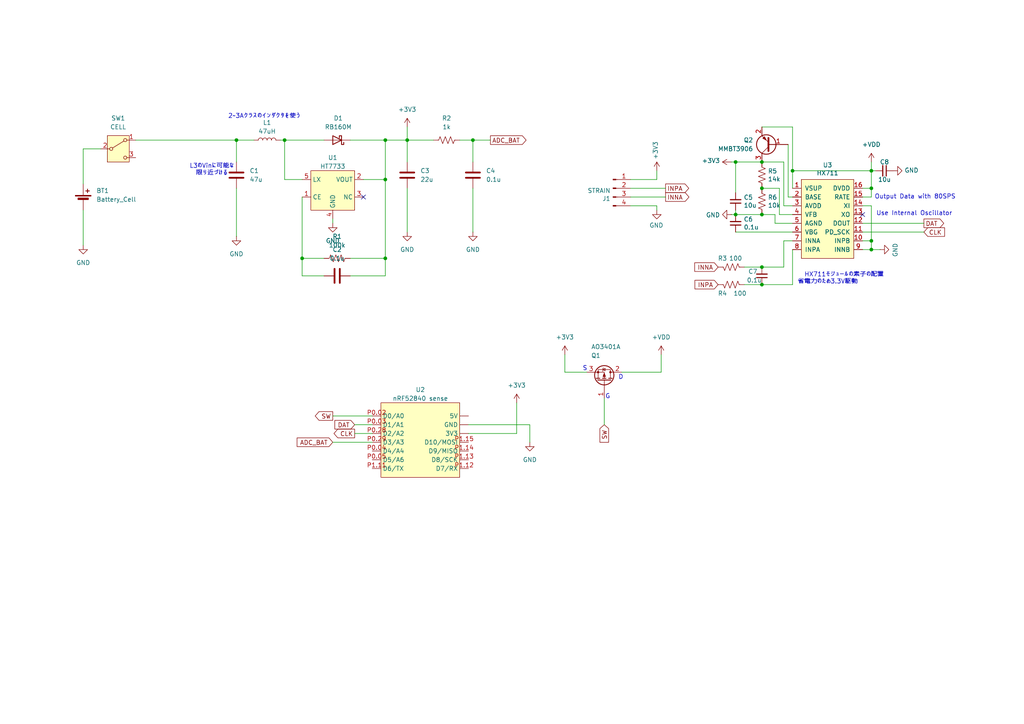
<source format=kicad_sch>
(kicad_sch
	(version 20231120)
	(generator "eeschema")
	(generator_version "8.0")
	(uuid "6f07d3be-0aca-4924-bd4a-29303a6daaeb")
	(paper "A4")
	(lib_symbols
		(symbol "Connector:Conn_01x04_Male"
			(pin_names
				(offset 1.016) hide)
			(exclude_from_sim no)
			(in_bom yes)
			(on_board yes)
			(property "Reference" "J"
				(at 0 5.08 0)
				(effects
					(font
						(size 1.27 1.27)
					)
				)
			)
			(property "Value" "Conn_01x04_Male"
				(at 0 -7.62 0)
				(effects
					(font
						(size 1.27 1.27)
					)
				)
			)
			(property "Footprint" ""
				(at 0 0 0)
				(effects
					(font
						(size 1.27 1.27)
					)
					(hide yes)
				)
			)
			(property "Datasheet" "~"
				(at 0 0 0)
				(effects
					(font
						(size 1.27 1.27)
					)
					(hide yes)
				)
			)
			(property "Description" "Generic connector, single row, 01x04, script generated (kicad-library-utils/schlib/autogen/connector/)"
				(at 0 0 0)
				(effects
					(font
						(size 1.27 1.27)
					)
					(hide yes)
				)
			)
			(property "ki_keywords" "connector"
				(at 0 0 0)
				(effects
					(font
						(size 1.27 1.27)
					)
					(hide yes)
				)
			)
			(property "ki_fp_filters" "Connector*:*_1x??_*"
				(at 0 0 0)
				(effects
					(font
						(size 1.27 1.27)
					)
					(hide yes)
				)
			)
			(symbol "Conn_01x04_Male_1_1"
				(polyline
					(pts
						(xy 1.27 -5.08) (xy 0.8636 -5.08)
					)
					(stroke
						(width 0.1524)
						(type default)
					)
					(fill
						(type none)
					)
				)
				(polyline
					(pts
						(xy 1.27 -2.54) (xy 0.8636 -2.54)
					)
					(stroke
						(width 0.1524)
						(type default)
					)
					(fill
						(type none)
					)
				)
				(polyline
					(pts
						(xy 1.27 0) (xy 0.8636 0)
					)
					(stroke
						(width 0.1524)
						(type default)
					)
					(fill
						(type none)
					)
				)
				(polyline
					(pts
						(xy 1.27 2.54) (xy 0.8636 2.54)
					)
					(stroke
						(width 0.1524)
						(type default)
					)
					(fill
						(type none)
					)
				)
				(rectangle
					(start 0.8636 -4.953)
					(end 0 -5.207)
					(stroke
						(width 0.1524)
						(type default)
					)
					(fill
						(type outline)
					)
				)
				(rectangle
					(start 0.8636 -2.413)
					(end 0 -2.667)
					(stroke
						(width 0.1524)
						(type default)
					)
					(fill
						(type outline)
					)
				)
				(rectangle
					(start 0.8636 0.127)
					(end 0 -0.127)
					(stroke
						(width 0.1524)
						(type default)
					)
					(fill
						(type outline)
					)
				)
				(rectangle
					(start 0.8636 2.667)
					(end 0 2.413)
					(stroke
						(width 0.1524)
						(type default)
					)
					(fill
						(type outline)
					)
				)
				(pin passive line
					(at 5.08 2.54 180)
					(length 3.81)
					(name "Pin_1"
						(effects
							(font
								(size 1.27 1.27)
							)
						)
					)
					(number "1"
						(effects
							(font
								(size 1.27 1.27)
							)
						)
					)
				)
				(pin passive line
					(at 5.08 0 180)
					(length 3.81)
					(name "Pin_2"
						(effects
							(font
								(size 1.27 1.27)
							)
						)
					)
					(number "2"
						(effects
							(font
								(size 1.27 1.27)
							)
						)
					)
				)
				(pin passive line
					(at 5.08 -2.54 180)
					(length 3.81)
					(name "Pin_3"
						(effects
							(font
								(size 1.27 1.27)
							)
						)
					)
					(number "3"
						(effects
							(font
								(size 1.27 1.27)
							)
						)
					)
				)
				(pin passive line
					(at 5.08 -5.08 180)
					(length 3.81)
					(name "Pin_4"
						(effects
							(font
								(size 1.27 1.27)
							)
						)
					)
					(number "4"
						(effects
							(font
								(size 1.27 1.27)
							)
						)
					)
				)
			)
		)
		(symbol "Device:Battery_Cell"
			(pin_numbers hide)
			(pin_names
				(offset 0) hide)
			(exclude_from_sim no)
			(in_bom yes)
			(on_board yes)
			(property "Reference" "BT"
				(at 2.54 2.54 0)
				(effects
					(font
						(size 1.27 1.27)
					)
					(justify left)
				)
			)
			(property "Value" "Battery_Cell"
				(at 2.54 0 0)
				(effects
					(font
						(size 1.27 1.27)
					)
					(justify left)
				)
			)
			(property "Footprint" ""
				(at 0 1.524 90)
				(effects
					(font
						(size 1.27 1.27)
					)
					(hide yes)
				)
			)
			(property "Datasheet" "~"
				(at 0 1.524 90)
				(effects
					(font
						(size 1.27 1.27)
					)
					(hide yes)
				)
			)
			(property "Description" "Single-cell battery"
				(at 0 0 0)
				(effects
					(font
						(size 1.27 1.27)
					)
					(hide yes)
				)
			)
			(property "ki_keywords" "battery cell"
				(at 0 0 0)
				(effects
					(font
						(size 1.27 1.27)
					)
					(hide yes)
				)
			)
			(symbol "Battery_Cell_0_1"
				(rectangle
					(start -2.286 1.778)
					(end 2.286 1.524)
					(stroke
						(width 0)
						(type default)
					)
					(fill
						(type outline)
					)
				)
				(rectangle
					(start -1.524 1.016)
					(end 1.524 0.508)
					(stroke
						(width 0)
						(type default)
					)
					(fill
						(type outline)
					)
				)
				(polyline
					(pts
						(xy 0 0.762) (xy 0 0)
					)
					(stroke
						(width 0)
						(type default)
					)
					(fill
						(type none)
					)
				)
				(polyline
					(pts
						(xy 0 1.778) (xy 0 2.54)
					)
					(stroke
						(width 0)
						(type default)
					)
					(fill
						(type none)
					)
				)
				(polyline
					(pts
						(xy 0.762 3.048) (xy 1.778 3.048)
					)
					(stroke
						(width 0.254)
						(type default)
					)
					(fill
						(type none)
					)
				)
				(polyline
					(pts
						(xy 1.27 3.556) (xy 1.27 2.54)
					)
					(stroke
						(width 0.254)
						(type default)
					)
					(fill
						(type none)
					)
				)
			)
			(symbol "Battery_Cell_1_1"
				(pin passive line
					(at 0 5.08 270)
					(length 2.54)
					(name "+"
						(effects
							(font
								(size 1.27 1.27)
							)
						)
					)
					(number "1"
						(effects
							(font
								(size 1.27 1.27)
							)
						)
					)
				)
				(pin passive line
					(at 0 -2.54 90)
					(length 2.54)
					(name "-"
						(effects
							(font
								(size 1.27 1.27)
							)
						)
					)
					(number "2"
						(effects
							(font
								(size 1.27 1.27)
							)
						)
					)
				)
			)
		)
		(symbol "Device:C"
			(pin_numbers hide)
			(pin_names
				(offset 0.254)
			)
			(exclude_from_sim no)
			(in_bom yes)
			(on_board yes)
			(property "Reference" "C"
				(at 0.635 2.54 0)
				(effects
					(font
						(size 1.27 1.27)
					)
					(justify left)
				)
			)
			(property "Value" "C"
				(at 0.635 -2.54 0)
				(effects
					(font
						(size 1.27 1.27)
					)
					(justify left)
				)
			)
			(property "Footprint" ""
				(at 0.9652 -3.81 0)
				(effects
					(font
						(size 1.27 1.27)
					)
					(hide yes)
				)
			)
			(property "Datasheet" "~"
				(at 0 0 0)
				(effects
					(font
						(size 1.27 1.27)
					)
					(hide yes)
				)
			)
			(property "Description" "Unpolarized capacitor"
				(at 0 0 0)
				(effects
					(font
						(size 1.27 1.27)
					)
					(hide yes)
				)
			)
			(property "ki_keywords" "cap capacitor"
				(at 0 0 0)
				(effects
					(font
						(size 1.27 1.27)
					)
					(hide yes)
				)
			)
			(property "ki_fp_filters" "C_*"
				(at 0 0 0)
				(effects
					(font
						(size 1.27 1.27)
					)
					(hide yes)
				)
			)
			(symbol "C_0_1"
				(polyline
					(pts
						(xy -2.032 -0.762) (xy 2.032 -0.762)
					)
					(stroke
						(width 0.508)
						(type default)
					)
					(fill
						(type none)
					)
				)
				(polyline
					(pts
						(xy -2.032 0.762) (xy 2.032 0.762)
					)
					(stroke
						(width 0.508)
						(type default)
					)
					(fill
						(type none)
					)
				)
			)
			(symbol "C_1_1"
				(pin passive line
					(at 0 3.81 270)
					(length 2.794)
					(name "~"
						(effects
							(font
								(size 1.27 1.27)
							)
						)
					)
					(number "1"
						(effects
							(font
								(size 1.27 1.27)
							)
						)
					)
				)
				(pin passive line
					(at 0 -3.81 90)
					(length 2.794)
					(name "~"
						(effects
							(font
								(size 1.27 1.27)
							)
						)
					)
					(number "2"
						(effects
							(font
								(size 1.27 1.27)
							)
						)
					)
				)
			)
		)
		(symbol "Device:C_Small"
			(pin_numbers hide)
			(pin_names
				(offset 0.254) hide)
			(exclude_from_sim no)
			(in_bom yes)
			(on_board yes)
			(property "Reference" "C"
				(at 0.254 1.778 0)
				(effects
					(font
						(size 1.27 1.27)
					)
					(justify left)
				)
			)
			(property "Value" "C_Small"
				(at 0.254 -2.032 0)
				(effects
					(font
						(size 1.27 1.27)
					)
					(justify left)
				)
			)
			(property "Footprint" ""
				(at 0 0 0)
				(effects
					(font
						(size 1.27 1.27)
					)
					(hide yes)
				)
			)
			(property "Datasheet" "~"
				(at 0 0 0)
				(effects
					(font
						(size 1.27 1.27)
					)
					(hide yes)
				)
			)
			(property "Description" "Unpolarized capacitor, small symbol"
				(at 0 0 0)
				(effects
					(font
						(size 1.27 1.27)
					)
					(hide yes)
				)
			)
			(property "ki_keywords" "capacitor cap"
				(at 0 0 0)
				(effects
					(font
						(size 1.27 1.27)
					)
					(hide yes)
				)
			)
			(property "ki_fp_filters" "C_*"
				(at 0 0 0)
				(effects
					(font
						(size 1.27 1.27)
					)
					(hide yes)
				)
			)
			(symbol "C_Small_0_1"
				(polyline
					(pts
						(xy -1.524 -0.508) (xy 1.524 -0.508)
					)
					(stroke
						(width 0.3302)
						(type default)
					)
					(fill
						(type none)
					)
				)
				(polyline
					(pts
						(xy -1.524 0.508) (xy 1.524 0.508)
					)
					(stroke
						(width 0.3048)
						(type default)
					)
					(fill
						(type none)
					)
				)
			)
			(symbol "C_Small_1_1"
				(pin passive line
					(at 0 2.54 270)
					(length 2.032)
					(name "~"
						(effects
							(font
								(size 1.27 1.27)
							)
						)
					)
					(number "1"
						(effects
							(font
								(size 1.27 1.27)
							)
						)
					)
				)
				(pin passive line
					(at 0 -2.54 90)
					(length 2.032)
					(name "~"
						(effects
							(font
								(size 1.27 1.27)
							)
						)
					)
					(number "2"
						(effects
							(font
								(size 1.27 1.27)
							)
						)
					)
				)
			)
		)
		(symbol "Device:D_Schottky"
			(pin_numbers hide)
			(pin_names
				(offset 1.016) hide)
			(exclude_from_sim no)
			(in_bom yes)
			(on_board yes)
			(property "Reference" "D"
				(at 0 2.54 0)
				(effects
					(font
						(size 1.27 1.27)
					)
				)
			)
			(property "Value" "D_Schottky"
				(at 0 -2.54 0)
				(effects
					(font
						(size 1.27 1.27)
					)
				)
			)
			(property "Footprint" ""
				(at 0 0 0)
				(effects
					(font
						(size 1.27 1.27)
					)
					(hide yes)
				)
			)
			(property "Datasheet" "~"
				(at 0 0 0)
				(effects
					(font
						(size 1.27 1.27)
					)
					(hide yes)
				)
			)
			(property "Description" "Schottky diode"
				(at 0 0 0)
				(effects
					(font
						(size 1.27 1.27)
					)
					(hide yes)
				)
			)
			(property "ki_keywords" "diode Schottky"
				(at 0 0 0)
				(effects
					(font
						(size 1.27 1.27)
					)
					(hide yes)
				)
			)
			(property "ki_fp_filters" "TO-???* *_Diode_* *SingleDiode* D_*"
				(at 0 0 0)
				(effects
					(font
						(size 1.27 1.27)
					)
					(hide yes)
				)
			)
			(symbol "D_Schottky_0_1"
				(polyline
					(pts
						(xy 1.27 0) (xy -1.27 0)
					)
					(stroke
						(width 0)
						(type default)
					)
					(fill
						(type none)
					)
				)
				(polyline
					(pts
						(xy 1.27 1.27) (xy 1.27 -1.27) (xy -1.27 0) (xy 1.27 1.27)
					)
					(stroke
						(width 0.254)
						(type default)
					)
					(fill
						(type none)
					)
				)
				(polyline
					(pts
						(xy -1.905 0.635) (xy -1.905 1.27) (xy -1.27 1.27) (xy -1.27 -1.27) (xy -0.635 -1.27) (xy -0.635 -0.635)
					)
					(stroke
						(width 0.254)
						(type default)
					)
					(fill
						(type none)
					)
				)
			)
			(symbol "D_Schottky_1_1"
				(pin passive line
					(at -3.81 0 0)
					(length 2.54)
					(name "K"
						(effects
							(font
								(size 1.27 1.27)
							)
						)
					)
					(number "1"
						(effects
							(font
								(size 1.27 1.27)
							)
						)
					)
				)
				(pin passive line
					(at 3.81 0 180)
					(length 2.54)
					(name "A"
						(effects
							(font
								(size 1.27 1.27)
							)
						)
					)
					(number "2"
						(effects
							(font
								(size 1.27 1.27)
							)
						)
					)
				)
			)
		)
		(symbol "Device:L"
			(pin_numbers hide)
			(pin_names
				(offset 1.016) hide)
			(exclude_from_sim no)
			(in_bom yes)
			(on_board yes)
			(property "Reference" "L"
				(at -1.27 0 90)
				(effects
					(font
						(size 1.27 1.27)
					)
				)
			)
			(property "Value" "L"
				(at 1.905 0 90)
				(effects
					(font
						(size 1.27 1.27)
					)
				)
			)
			(property "Footprint" ""
				(at 0 0 0)
				(effects
					(font
						(size 1.27 1.27)
					)
					(hide yes)
				)
			)
			(property "Datasheet" "~"
				(at 0 0 0)
				(effects
					(font
						(size 1.27 1.27)
					)
					(hide yes)
				)
			)
			(property "Description" "Inductor"
				(at 0 0 0)
				(effects
					(font
						(size 1.27 1.27)
					)
					(hide yes)
				)
			)
			(property "ki_keywords" "inductor choke coil reactor magnetic"
				(at 0 0 0)
				(effects
					(font
						(size 1.27 1.27)
					)
					(hide yes)
				)
			)
			(property "ki_fp_filters" "Choke_* *Coil* Inductor_* L_*"
				(at 0 0 0)
				(effects
					(font
						(size 1.27 1.27)
					)
					(hide yes)
				)
			)
			(symbol "L_0_1"
				(arc
					(start 0 -2.54)
					(mid 0.6323 -1.905)
					(end 0 -1.27)
					(stroke
						(width 0)
						(type default)
					)
					(fill
						(type none)
					)
				)
				(arc
					(start 0 -1.27)
					(mid 0.6323 -0.635)
					(end 0 0)
					(stroke
						(width 0)
						(type default)
					)
					(fill
						(type none)
					)
				)
				(arc
					(start 0 0)
					(mid 0.6323 0.635)
					(end 0 1.27)
					(stroke
						(width 0)
						(type default)
					)
					(fill
						(type none)
					)
				)
				(arc
					(start 0 1.27)
					(mid 0.6323 1.905)
					(end 0 2.54)
					(stroke
						(width 0)
						(type default)
					)
					(fill
						(type none)
					)
				)
			)
			(symbol "L_1_1"
				(pin passive line
					(at 0 3.81 270)
					(length 1.27)
					(name "1"
						(effects
							(font
								(size 1.27 1.27)
							)
						)
					)
					(number "1"
						(effects
							(font
								(size 1.27 1.27)
							)
						)
					)
				)
				(pin passive line
					(at 0 -3.81 90)
					(length 1.27)
					(name "2"
						(effects
							(font
								(size 1.27 1.27)
							)
						)
					)
					(number "2"
						(effects
							(font
								(size 1.27 1.27)
							)
						)
					)
				)
			)
		)
		(symbol "Device:Q_PMOS_GDS"
			(pin_names
				(offset 0) hide)
			(exclude_from_sim no)
			(in_bom yes)
			(on_board yes)
			(property "Reference" "Q"
				(at 5.08 1.27 0)
				(effects
					(font
						(size 1.27 1.27)
					)
					(justify left)
				)
			)
			(property "Value" "Q_PMOS_GDS"
				(at 5.08 -1.27 0)
				(effects
					(font
						(size 1.27 1.27)
					)
					(justify left)
				)
			)
			(property "Footprint" ""
				(at 5.08 2.54 0)
				(effects
					(font
						(size 1.27 1.27)
					)
					(hide yes)
				)
			)
			(property "Datasheet" "~"
				(at 0 0 0)
				(effects
					(font
						(size 1.27 1.27)
					)
					(hide yes)
				)
			)
			(property "Description" "P-MOSFET transistor, gate/drain/source"
				(at 0 0 0)
				(effects
					(font
						(size 1.27 1.27)
					)
					(hide yes)
				)
			)
			(property "ki_keywords" "transistor PMOS P-MOS P-MOSFET"
				(at 0 0 0)
				(effects
					(font
						(size 1.27 1.27)
					)
					(hide yes)
				)
			)
			(symbol "Q_PMOS_GDS_0_1"
				(polyline
					(pts
						(xy 0.254 0) (xy -2.54 0)
					)
					(stroke
						(width 0)
						(type default)
					)
					(fill
						(type none)
					)
				)
				(polyline
					(pts
						(xy 0.254 1.905) (xy 0.254 -1.905)
					)
					(stroke
						(width 0.254)
						(type default)
					)
					(fill
						(type none)
					)
				)
				(polyline
					(pts
						(xy 0.762 -1.27) (xy 0.762 -2.286)
					)
					(stroke
						(width 0.254)
						(type default)
					)
					(fill
						(type none)
					)
				)
				(polyline
					(pts
						(xy 0.762 0.508) (xy 0.762 -0.508)
					)
					(stroke
						(width 0.254)
						(type default)
					)
					(fill
						(type none)
					)
				)
				(polyline
					(pts
						(xy 0.762 2.286) (xy 0.762 1.27)
					)
					(stroke
						(width 0.254)
						(type default)
					)
					(fill
						(type none)
					)
				)
				(polyline
					(pts
						(xy 2.54 2.54) (xy 2.54 1.778)
					)
					(stroke
						(width 0)
						(type default)
					)
					(fill
						(type none)
					)
				)
				(polyline
					(pts
						(xy 2.54 -2.54) (xy 2.54 0) (xy 0.762 0)
					)
					(stroke
						(width 0)
						(type default)
					)
					(fill
						(type none)
					)
				)
				(polyline
					(pts
						(xy 0.762 1.778) (xy 3.302 1.778) (xy 3.302 -1.778) (xy 0.762 -1.778)
					)
					(stroke
						(width 0)
						(type default)
					)
					(fill
						(type none)
					)
				)
				(polyline
					(pts
						(xy 2.286 0) (xy 1.27 0.381) (xy 1.27 -0.381) (xy 2.286 0)
					)
					(stroke
						(width 0)
						(type default)
					)
					(fill
						(type outline)
					)
				)
				(polyline
					(pts
						(xy 2.794 -0.508) (xy 2.921 -0.381) (xy 3.683 -0.381) (xy 3.81 -0.254)
					)
					(stroke
						(width 0)
						(type default)
					)
					(fill
						(type none)
					)
				)
				(polyline
					(pts
						(xy 3.302 -0.381) (xy 2.921 0.254) (xy 3.683 0.254) (xy 3.302 -0.381)
					)
					(stroke
						(width 0)
						(type default)
					)
					(fill
						(type none)
					)
				)
				(circle
					(center 1.651 0)
					(radius 2.794)
					(stroke
						(width 0.254)
						(type default)
					)
					(fill
						(type none)
					)
				)
				(circle
					(center 2.54 -1.778)
					(radius 0.254)
					(stroke
						(width 0)
						(type default)
					)
					(fill
						(type outline)
					)
				)
				(circle
					(center 2.54 1.778)
					(radius 0.254)
					(stroke
						(width 0)
						(type default)
					)
					(fill
						(type outline)
					)
				)
			)
			(symbol "Q_PMOS_GDS_1_1"
				(pin input line
					(at -5.08 0 0)
					(length 2.54)
					(name "G"
						(effects
							(font
								(size 1.27 1.27)
							)
						)
					)
					(number "1"
						(effects
							(font
								(size 1.27 1.27)
							)
						)
					)
				)
				(pin passive line
					(at 2.54 5.08 270)
					(length 2.54)
					(name "D"
						(effects
							(font
								(size 1.27 1.27)
							)
						)
					)
					(number "2"
						(effects
							(font
								(size 1.27 1.27)
							)
						)
					)
				)
				(pin passive line
					(at 2.54 -5.08 90)
					(length 2.54)
					(name "S"
						(effects
							(font
								(size 1.27 1.27)
							)
						)
					)
					(number "3"
						(effects
							(font
								(size 1.27 1.27)
							)
						)
					)
				)
			)
		)
		(symbol "Device:R_US"
			(pin_numbers hide)
			(pin_names
				(offset 0)
			)
			(exclude_from_sim no)
			(in_bom yes)
			(on_board yes)
			(property "Reference" "R"
				(at 2.54 0 90)
				(effects
					(font
						(size 1.27 1.27)
					)
				)
			)
			(property "Value" "R_US"
				(at -2.54 0 90)
				(effects
					(font
						(size 1.27 1.27)
					)
				)
			)
			(property "Footprint" ""
				(at 1.016 -0.254 90)
				(effects
					(font
						(size 1.27 1.27)
					)
					(hide yes)
				)
			)
			(property "Datasheet" "~"
				(at 0 0 0)
				(effects
					(font
						(size 1.27 1.27)
					)
					(hide yes)
				)
			)
			(property "Description" "Resistor, US symbol"
				(at 0 0 0)
				(effects
					(font
						(size 1.27 1.27)
					)
					(hide yes)
				)
			)
			(property "ki_keywords" "R res resistor"
				(at 0 0 0)
				(effects
					(font
						(size 1.27 1.27)
					)
					(hide yes)
				)
			)
			(property "ki_fp_filters" "R_*"
				(at 0 0 0)
				(effects
					(font
						(size 1.27 1.27)
					)
					(hide yes)
				)
			)
			(symbol "R_US_0_1"
				(polyline
					(pts
						(xy 0 -2.286) (xy 0 -2.54)
					)
					(stroke
						(width 0)
						(type default)
					)
					(fill
						(type none)
					)
				)
				(polyline
					(pts
						(xy 0 2.286) (xy 0 2.54)
					)
					(stroke
						(width 0)
						(type default)
					)
					(fill
						(type none)
					)
				)
				(polyline
					(pts
						(xy 0 -0.762) (xy 1.016 -1.143) (xy 0 -1.524) (xy -1.016 -1.905) (xy 0 -2.286)
					)
					(stroke
						(width 0)
						(type default)
					)
					(fill
						(type none)
					)
				)
				(polyline
					(pts
						(xy 0 0.762) (xy 1.016 0.381) (xy 0 0) (xy -1.016 -0.381) (xy 0 -0.762)
					)
					(stroke
						(width 0)
						(type default)
					)
					(fill
						(type none)
					)
				)
				(polyline
					(pts
						(xy 0 2.286) (xy 1.016 1.905) (xy 0 1.524) (xy -1.016 1.143) (xy 0 0.762)
					)
					(stroke
						(width 0)
						(type default)
					)
					(fill
						(type none)
					)
				)
			)
			(symbol "R_US_1_1"
				(pin passive line
					(at 0 3.81 270)
					(length 1.27)
					(name "~"
						(effects
							(font
								(size 1.27 1.27)
							)
						)
					)
					(number "1"
						(effects
							(font
								(size 1.27 1.27)
							)
						)
					)
				)
				(pin passive line
					(at 0 -3.81 90)
					(length 1.27)
					(name "~"
						(effects
							(font
								(size 1.27 1.27)
							)
						)
					)
					(number "2"
						(effects
							(font
								(size 1.27 1.27)
							)
						)
					)
				)
			)
		)
		(symbol "KUBTSS_parts:HT77xxA_CE_SOT25"
			(exclude_from_sim no)
			(in_bom yes)
			(on_board yes)
			(property "Reference" "U"
				(at 0 0 0)
				(effects
					(font
						(size 1.27 1.27)
					)
				)
			)
			(property "Value" ""
				(at 0 0 0)
				(effects
					(font
						(size 1.27 1.27)
					)
				)
			)
			(property "Footprint" ""
				(at 0 0 0)
				(effects
					(font
						(size 1.27 1.27)
					)
					(hide yes)
				)
			)
			(property "Datasheet" ""
				(at 0 0 0)
				(effects
					(font
						(size 1.27 1.27)
					)
					(hide yes)
				)
			)
			(property "Description" ""
				(at 0 0 0)
				(effects
					(font
						(size 1.27 1.27)
					)
					(hide yes)
				)
			)
			(symbol "HT77xxA_CE_SOT25_1_1"
				(rectangle
					(start -6.35 -1.27)
					(end 6.35 -12.7)
					(stroke
						(width 0)
						(type default)
					)
					(fill
						(type background)
					)
				)
				(pin input line
					(at -8.89 -8.89 0)
					(length 2.54)
					(name "CE"
						(effects
							(font
								(size 1.27 1.27)
							)
						)
					)
					(number "1"
						(effects
							(font
								(size 1.27 1.27)
							)
						)
					)
				)
				(pin input line
					(at 8.89 -3.81 180)
					(length 2.54)
					(name "VOUT"
						(effects
							(font
								(size 1.27 1.27)
							)
						)
					)
					(number "2"
						(effects
							(font
								(size 1.27 1.27)
							)
						)
					)
				)
				(pin input line
					(at 8.89 -8.89 180)
					(length 2.54)
					(name "NC"
						(effects
							(font
								(size 1.27 1.27)
							)
						)
					)
					(number "3"
						(effects
							(font
								(size 1.27 1.27)
							)
						)
					)
				)
				(pin input line
					(at 0 -15.24 90)
					(length 2.54)
					(name "GND"
						(effects
							(font
								(size 1.27 1.27)
							)
						)
					)
					(number "4"
						(effects
							(font
								(size 1.27 1.27)
							)
						)
					)
				)
				(pin input line
					(at -8.89 -3.81 0)
					(length 2.54)
					(name "LX"
						(effects
							(font
								(size 1.27 1.27)
							)
						)
					)
					(number "5"
						(effects
							(font
								(size 1.27 1.27)
							)
						)
					)
				)
			)
		)
		(symbol "PowerMeter2023-rescue:HX711-RotationBoard_parts"
			(pin_names
				(offset 1.016)
			)
			(exclude_from_sim no)
			(in_bom yes)
			(on_board yes)
			(property "Reference" "U"
				(at -6.35 13.97 0)
				(effects
					(font
						(size 1.27 1.27)
					)
				)
			)
			(property "Value" "HX711-RotationBoard_parts"
				(at 0 -11.43 0)
				(effects
					(font
						(size 1.27 1.27)
					)
				)
			)
			(property "Footprint" ""
				(at 0 0 0)
				(effects
					(font
						(size 1.27 1.27)
					)
					(hide yes)
				)
			)
			(property "Datasheet" ""
				(at 0 0 0)
				(effects
					(font
						(size 1.27 1.27)
					)
					(hide yes)
				)
			)
			(property "Description" ""
				(at 0 0 0)
				(effects
					(font
						(size 1.27 1.27)
					)
					(hide yes)
				)
			)
			(symbol "HX711-RotationBoard_parts_0_1"
				(rectangle
					(start -7.62 12.7)
					(end 7.62 -10.16)
					(stroke
						(width 0)
						(type default)
					)
					(fill
						(type background)
					)
				)
			)
			(symbol "HX711-RotationBoard_parts_1_1"
				(pin input line
					(at -10.16 10.16 0)
					(length 2.54)
					(name "VSUP"
						(effects
							(font
								(size 1.27 1.27)
							)
						)
					)
					(number "1"
						(effects
							(font
								(size 1.27 1.27)
							)
						)
					)
				)
				(pin input line
					(at 10.16 -5.08 180)
					(length 2.54)
					(name "INPB"
						(effects
							(font
								(size 1.27 1.27)
							)
						)
					)
					(number "10"
						(effects
							(font
								(size 1.27 1.27)
							)
						)
					)
				)
				(pin input line
					(at 10.16 -2.54 180)
					(length 2.54)
					(name "PD_SCK"
						(effects
							(font
								(size 1.27 1.27)
							)
						)
					)
					(number "11"
						(effects
							(font
								(size 1.27 1.27)
							)
						)
					)
				)
				(pin input line
					(at 10.16 0 180)
					(length 2.54)
					(name "DOUT"
						(effects
							(font
								(size 1.27 1.27)
							)
						)
					)
					(number "12"
						(effects
							(font
								(size 1.27 1.27)
							)
						)
					)
				)
				(pin input line
					(at 10.16 2.54 180)
					(length 2.54)
					(name "XO"
						(effects
							(font
								(size 1.27 1.27)
							)
						)
					)
					(number "13"
						(effects
							(font
								(size 1.27 1.27)
							)
						)
					)
				)
				(pin input line
					(at 10.16 5.08 180)
					(length 2.54)
					(name "XI"
						(effects
							(font
								(size 1.27 1.27)
							)
						)
					)
					(number "14"
						(effects
							(font
								(size 1.27 1.27)
							)
						)
					)
				)
				(pin input line
					(at 10.16 7.62 180)
					(length 2.54)
					(name "RATE"
						(effects
							(font
								(size 1.27 1.27)
							)
						)
					)
					(number "15"
						(effects
							(font
								(size 1.27 1.27)
							)
						)
					)
				)
				(pin input line
					(at 10.16 10.16 180)
					(length 2.54)
					(name "DVDD"
						(effects
							(font
								(size 1.27 1.27)
							)
						)
					)
					(number "16"
						(effects
							(font
								(size 1.27 1.27)
							)
						)
					)
				)
				(pin input line
					(at -10.16 7.62 0)
					(length 2.54)
					(name "BASE"
						(effects
							(font
								(size 1.27 1.27)
							)
						)
					)
					(number "2"
						(effects
							(font
								(size 1.27 1.27)
							)
						)
					)
				)
				(pin input line
					(at -10.16 5.08 0)
					(length 2.54)
					(name "AVDD"
						(effects
							(font
								(size 1.27 1.27)
							)
						)
					)
					(number "3"
						(effects
							(font
								(size 1.27 1.27)
							)
						)
					)
				)
				(pin input line
					(at -10.16 2.54 0)
					(length 2.54)
					(name "VFB"
						(effects
							(font
								(size 1.27 1.27)
							)
						)
					)
					(number "4"
						(effects
							(font
								(size 1.27 1.27)
							)
						)
					)
				)
				(pin input line
					(at -10.16 0 0)
					(length 2.54)
					(name "AGND"
						(effects
							(font
								(size 1.27 1.27)
							)
						)
					)
					(number "5"
						(effects
							(font
								(size 1.27 1.27)
							)
						)
					)
				)
				(pin input line
					(at -10.16 -2.54 0)
					(length 2.54)
					(name "VBG"
						(effects
							(font
								(size 1.27 1.27)
							)
						)
					)
					(number "6"
						(effects
							(font
								(size 1.27 1.27)
							)
						)
					)
				)
				(pin input line
					(at -10.16 -5.08 0)
					(length 2.54)
					(name "INNA"
						(effects
							(font
								(size 1.27 1.27)
							)
						)
					)
					(number "7"
						(effects
							(font
								(size 1.27 1.27)
							)
						)
					)
				)
				(pin input line
					(at -10.16 -7.62 0)
					(length 2.54)
					(name "INPA"
						(effects
							(font
								(size 1.27 1.27)
							)
						)
					)
					(number "8"
						(effects
							(font
								(size 1.27 1.27)
							)
						)
					)
				)
				(pin input line
					(at 10.16 -7.62 180)
					(length 2.54)
					(name "INNB"
						(effects
							(font
								(size 1.27 1.27)
							)
						)
					)
					(number "9"
						(effects
							(font
								(size 1.27 1.27)
							)
						)
					)
				)
			)
		)
		(symbol "Switch:SW_SPDT"
			(pin_names
				(offset 0) hide)
			(exclude_from_sim no)
			(in_bom yes)
			(on_board yes)
			(property "Reference" "SW"
				(at 0 5.08 0)
				(effects
					(font
						(size 1.27 1.27)
					)
				)
			)
			(property "Value" "SW_SPDT"
				(at 0 -5.08 0)
				(effects
					(font
						(size 1.27 1.27)
					)
				)
			)
			(property "Footprint" ""
				(at 0 0 0)
				(effects
					(font
						(size 1.27 1.27)
					)
					(hide yes)
				)
			)
			(property "Datasheet" "~"
				(at 0 -7.62 0)
				(effects
					(font
						(size 1.27 1.27)
					)
					(hide yes)
				)
			)
			(property "Description" "Switch, single pole double throw"
				(at 0 0 0)
				(effects
					(font
						(size 1.27 1.27)
					)
					(hide yes)
				)
			)
			(property "ki_keywords" "switch single-pole double-throw spdt ON-ON"
				(at 0 0 0)
				(effects
					(font
						(size 1.27 1.27)
					)
					(hide yes)
				)
			)
			(symbol "SW_SPDT_0_1"
				(circle
					(center -2.032 0)
					(radius 0.4572)
					(stroke
						(width 0)
						(type default)
					)
					(fill
						(type none)
					)
				)
				(polyline
					(pts
						(xy -1.651 0.254) (xy 1.651 2.286)
					)
					(stroke
						(width 0)
						(type default)
					)
					(fill
						(type none)
					)
				)
				(circle
					(center 2.032 -2.54)
					(radius 0.4572)
					(stroke
						(width 0)
						(type default)
					)
					(fill
						(type none)
					)
				)
				(circle
					(center 2.032 2.54)
					(radius 0.4572)
					(stroke
						(width 0)
						(type default)
					)
					(fill
						(type none)
					)
				)
			)
			(symbol "SW_SPDT_1_1"
				(rectangle
					(start -3.175 3.81)
					(end 3.175 -3.81)
					(stroke
						(width 0)
						(type default)
					)
					(fill
						(type background)
					)
				)
				(pin passive line
					(at 5.08 2.54 180)
					(length 2.54)
					(name "A"
						(effects
							(font
								(size 1.27 1.27)
							)
						)
					)
					(number "1"
						(effects
							(font
								(size 1.27 1.27)
							)
						)
					)
				)
				(pin passive line
					(at -5.08 0 0)
					(length 2.54)
					(name "B"
						(effects
							(font
								(size 1.27 1.27)
							)
						)
					)
					(number "2"
						(effects
							(font
								(size 1.27 1.27)
							)
						)
					)
				)
				(pin passive line
					(at 5.08 -2.54 180)
					(length 2.54)
					(name "C"
						(effects
							(font
								(size 1.27 1.27)
							)
						)
					)
					(number "3"
						(effects
							(font
								(size 1.27 1.27)
							)
						)
					)
				)
			)
		)
		(symbol "Transistor_BJT:MMBT3906"
			(pin_names
				(offset 0) hide)
			(exclude_from_sim no)
			(in_bom yes)
			(on_board yes)
			(property "Reference" "Q"
				(at 5.08 1.905 0)
				(effects
					(font
						(size 1.27 1.27)
					)
					(justify left)
				)
			)
			(property "Value" "MMBT3906"
				(at 5.08 0 0)
				(effects
					(font
						(size 1.27 1.27)
					)
					(justify left)
				)
			)
			(property "Footprint" "Package_TO_SOT_SMD:SOT-23"
				(at 5.08 -1.905 0)
				(effects
					(font
						(size 1.27 1.27)
						(italic yes)
					)
					(justify left)
					(hide yes)
				)
			)
			(property "Datasheet" "https://www.onsemi.com/pdf/datasheet/pzt3906-d.pdf"
				(at 0 0 0)
				(effects
					(font
						(size 1.27 1.27)
					)
					(justify left)
					(hide yes)
				)
			)
			(property "Description" "-0.2A Ic, -40V Vce, Small Signal PNP Transistor, SOT-23"
				(at 0 0 0)
				(effects
					(font
						(size 1.27 1.27)
					)
					(hide yes)
				)
			)
			(property "ki_keywords" "PNP Transistor"
				(at 0 0 0)
				(effects
					(font
						(size 1.27 1.27)
					)
					(hide yes)
				)
			)
			(property "ki_fp_filters" "SOT?23*"
				(at 0 0 0)
				(effects
					(font
						(size 1.27 1.27)
					)
					(hide yes)
				)
			)
			(symbol "MMBT3906_0_1"
				(polyline
					(pts
						(xy 0.635 0.635) (xy 2.54 2.54)
					)
					(stroke
						(width 0)
						(type default)
					)
					(fill
						(type none)
					)
				)
				(polyline
					(pts
						(xy 0.635 -0.635) (xy 2.54 -2.54) (xy 2.54 -2.54)
					)
					(stroke
						(width 0)
						(type default)
					)
					(fill
						(type none)
					)
				)
				(polyline
					(pts
						(xy 0.635 1.905) (xy 0.635 -1.905) (xy 0.635 -1.905)
					)
					(stroke
						(width 0.508)
						(type default)
					)
					(fill
						(type none)
					)
				)
				(polyline
					(pts
						(xy 2.286 -1.778) (xy 1.778 -2.286) (xy 1.27 -1.27) (xy 2.286 -1.778) (xy 2.286 -1.778)
					)
					(stroke
						(width 0)
						(type default)
					)
					(fill
						(type outline)
					)
				)
				(circle
					(center 1.27 0)
					(radius 2.8194)
					(stroke
						(width 0.254)
						(type default)
					)
					(fill
						(type none)
					)
				)
			)
			(symbol "MMBT3906_1_1"
				(pin input line
					(at -5.08 0 0)
					(length 5.715)
					(name "B"
						(effects
							(font
								(size 1.27 1.27)
							)
						)
					)
					(number "1"
						(effects
							(font
								(size 1.27 1.27)
							)
						)
					)
				)
				(pin passive line
					(at 2.54 -5.08 90)
					(length 2.54)
					(name "E"
						(effects
							(font
								(size 1.27 1.27)
							)
						)
					)
					(number "2"
						(effects
							(font
								(size 1.27 1.27)
							)
						)
					)
				)
				(pin passive line
					(at 2.54 5.08 270)
					(length 2.54)
					(name "C"
						(effects
							(font
								(size 1.27 1.27)
							)
						)
					)
					(number "3"
						(effects
							(font
								(size 1.27 1.27)
							)
						)
					)
				)
			)
		)
		(symbol "nRF52840_sense_1"
			(exclude_from_sim no)
			(in_bom yes)
			(on_board yes)
			(property "Reference" "U8"
				(at 0 20.32 0)
				(effects
					(font
						(size 1.27 1.27)
					)
				)
			)
			(property "Value" "~"
				(at 0 17.78 0)
				(effects
					(font
						(size 1.27 1.27)
					)
				)
			)
			(property "Footprint" ""
				(at -1.27 2.54 0)
				(effects
					(font
						(size 1.27 1.27)
					)
					(hide yes)
				)
			)
			(property "Datasheet" ""
				(at -1.27 2.54 0)
				(effects
					(font
						(size 1.27 1.27)
					)
					(hide yes)
				)
			)
			(property "Description" ""
				(at -1.27 2.54 0)
				(effects
					(font
						(size 1.27 1.27)
					)
					(hide yes)
				)
			)
			(symbol "nRF52840_sense_1_1_1"
				(rectangle
					(start -11.43 16.51)
					(end 11.43 -5.08)
					(stroke
						(width 0)
						(type default)
					)
					(fill
						(type background)
					)
				)
				(pin input line
					(at 13.97 7.62 180)
					(length 2.54)
					(name "3V3"
						(effects
							(font
								(size 1.27 1.27)
							)
						)
					)
					(number ""
						(effects
							(font
								(size 1.27 1.27)
							)
						)
					)
				)
				(pin input line
					(at 13.97 12.7 180)
					(length 2.54)
					(name "5V"
						(effects
							(font
								(size 1.27 1.27)
							)
						)
					)
					(number ""
						(effects
							(font
								(size 1.27 1.27)
							)
						)
					)
				)
				(pin input line
					(at 13.97 10.16 180)
					(length 2.54)
					(name "GND"
						(effects
							(font
								(size 1.27 1.27)
							)
						)
					)
					(number ""
						(effects
							(font
								(size 1.27 1.27)
							)
						)
					)
				)
				(pin input line
					(at -13.97 12.7 0)
					(length 2.54)
					(name "D0/A0"
						(effects
							(font
								(size 1.27 1.27)
							)
						)
					)
					(number "P0.02"
						(effects
							(font
								(size 1.27 1.27)
							)
						)
					)
				)
				(pin input line
					(at -13.97 10.16 0)
					(length 2.54)
					(name "D1/A1"
						(effects
							(font
								(size 1.27 1.27)
							)
						)
					)
					(number "P0.03"
						(effects
							(font
								(size 1.27 1.27)
							)
						)
					)
				)
				(pin input line
					(at -13.97 2.54 0)
					(length 2.54)
					(name "D4/A4"
						(effects
							(font
								(size 1.27 1.27)
							)
						)
					)
					(number "P0.04"
						(effects
							(font
								(size 1.27 1.27)
							)
						)
					)
				)
				(pin input line
					(at -13.97 0 0)
					(length 2.54)
					(name "D5/A6"
						(effects
							(font
								(size 1.27 1.27)
							)
						)
					)
					(number "P0.05"
						(effects
							(font
								(size 1.27 1.27)
							)
						)
					)
				)
				(pin input line
					(at -13.97 7.62 0)
					(length 2.54)
					(name "D2/A2"
						(effects
							(font
								(size 1.27 1.27)
							)
						)
					)
					(number "P0.28"
						(effects
							(font
								(size 1.27 1.27)
							)
						)
					)
				)
				(pin input line
					(at -13.97 5.08 0)
					(length 2.54)
					(name "D3/A3"
						(effects
							(font
								(size 1.27 1.27)
							)
						)
					)
					(number "P0.29"
						(effects
							(font
								(size 1.27 1.27)
							)
						)
					)
				)
				(pin input line
					(at -13.97 -2.54 0)
					(length 2.54)
					(name "D6/TX"
						(effects
							(font
								(size 1.27 1.27)
							)
						)
					)
					(number "P1.11"
						(effects
							(font
								(size 1.27 1.27)
							)
						)
					)
				)
				(pin input line
					(at 13.97 -2.54 180)
					(length 2.54)
					(name "D7/RX"
						(effects
							(font
								(size 1.27 1.27)
							)
						)
					)
					(number "P1.12"
						(effects
							(font
								(size 1.27 1.27)
							)
						)
					)
				)
				(pin input line
					(at 13.97 0 180)
					(length 2.54)
					(name "D8/SCK"
						(effects
							(font
								(size 1.27 1.27)
							)
						)
					)
					(number "P1.13"
						(effects
							(font
								(size 1.27 1.27)
							)
						)
					)
				)
				(pin input line
					(at 13.97 2.54 180)
					(length 2.54)
					(name "D9/MISO"
						(effects
							(font
								(size 1.27 1.27)
							)
						)
					)
					(number "P1.14"
						(effects
							(font
								(size 1.27 1.27)
							)
						)
					)
				)
				(pin input line
					(at 13.97 5.08 180)
					(length 2.54)
					(name "D10/MOSI"
						(effects
							(font
								(size 1.27 1.27)
							)
						)
					)
					(number "P1.15"
						(effects
							(font
								(size 1.27 1.27)
							)
						)
					)
				)
			)
		)
		(symbol "power:+3V3"
			(power)
			(pin_numbers hide)
			(pin_names
				(offset 0) hide)
			(exclude_from_sim no)
			(in_bom yes)
			(on_board yes)
			(property "Reference" "#PWR"
				(at 0 -3.81 0)
				(effects
					(font
						(size 1.27 1.27)
					)
					(hide yes)
				)
			)
			(property "Value" "+3V3"
				(at 0 3.556 0)
				(effects
					(font
						(size 1.27 1.27)
					)
				)
			)
			(property "Footprint" ""
				(at 0 0 0)
				(effects
					(font
						(size 1.27 1.27)
					)
					(hide yes)
				)
			)
			(property "Datasheet" ""
				(at 0 0 0)
				(effects
					(font
						(size 1.27 1.27)
					)
					(hide yes)
				)
			)
			(property "Description" "Power symbol creates a global label with name \"+3V3\""
				(at 0 0 0)
				(effects
					(font
						(size 1.27 1.27)
					)
					(hide yes)
				)
			)
			(property "ki_keywords" "global power"
				(at 0 0 0)
				(effects
					(font
						(size 1.27 1.27)
					)
					(hide yes)
				)
			)
			(symbol "+3V3_0_1"
				(polyline
					(pts
						(xy -0.762 1.27) (xy 0 2.54)
					)
					(stroke
						(width 0)
						(type default)
					)
					(fill
						(type none)
					)
				)
				(polyline
					(pts
						(xy 0 0) (xy 0 2.54)
					)
					(stroke
						(width 0)
						(type default)
					)
					(fill
						(type none)
					)
				)
				(polyline
					(pts
						(xy 0 2.54) (xy 0.762 1.27)
					)
					(stroke
						(width 0)
						(type default)
					)
					(fill
						(type none)
					)
				)
			)
			(symbol "+3V3_1_1"
				(pin power_in line
					(at 0 0 90)
					(length 0)
					(name "~"
						(effects
							(font
								(size 1.27 1.27)
							)
						)
					)
					(number "1"
						(effects
							(font
								(size 1.27 1.27)
							)
						)
					)
				)
			)
		)
		(symbol "power:+5V"
			(power)
			(pin_names
				(offset 0)
			)
			(exclude_from_sim no)
			(in_bom yes)
			(on_board yes)
			(property "Reference" "#PWR"
				(at 0 -3.81 0)
				(effects
					(font
						(size 1.27 1.27)
					)
					(hide yes)
				)
			)
			(property "Value" "+5V"
				(at 0 3.556 0)
				(effects
					(font
						(size 1.27 1.27)
					)
				)
			)
			(property "Footprint" ""
				(at 0 0 0)
				(effects
					(font
						(size 1.27 1.27)
					)
					(hide yes)
				)
			)
			(property "Datasheet" ""
				(at 0 0 0)
				(effects
					(font
						(size 1.27 1.27)
					)
					(hide yes)
				)
			)
			(property "Description" "Power symbol creates a global label with name \"+5V\""
				(at 0 0 0)
				(effects
					(font
						(size 1.27 1.27)
					)
					(hide yes)
				)
			)
			(property "ki_keywords" "power-flag"
				(at 0 0 0)
				(effects
					(font
						(size 1.27 1.27)
					)
					(hide yes)
				)
			)
			(symbol "+5V_0_1"
				(polyline
					(pts
						(xy -0.762 1.27) (xy 0 2.54)
					)
					(stroke
						(width 0)
						(type default)
					)
					(fill
						(type none)
					)
				)
				(polyline
					(pts
						(xy 0 0) (xy 0 2.54)
					)
					(stroke
						(width 0)
						(type default)
					)
					(fill
						(type none)
					)
				)
				(polyline
					(pts
						(xy 0 2.54) (xy 0.762 1.27)
					)
					(stroke
						(width 0)
						(type default)
					)
					(fill
						(type none)
					)
				)
			)
			(symbol "+5V_1_1"
				(pin power_in line
					(at 0 0 90)
					(length 0) hide
					(name "+5V"
						(effects
							(font
								(size 1.27 1.27)
							)
						)
					)
					(number "1"
						(effects
							(font
								(size 1.27 1.27)
							)
						)
					)
				)
			)
		)
		(symbol "power:GND"
			(power)
			(pin_numbers hide)
			(pin_names
				(offset 0) hide)
			(exclude_from_sim no)
			(in_bom yes)
			(on_board yes)
			(property "Reference" "#PWR"
				(at 0 -6.35 0)
				(effects
					(font
						(size 1.27 1.27)
					)
					(hide yes)
				)
			)
			(property "Value" "GND"
				(at 0 -3.81 0)
				(effects
					(font
						(size 1.27 1.27)
					)
				)
			)
			(property "Footprint" ""
				(at 0 0 0)
				(effects
					(font
						(size 1.27 1.27)
					)
					(hide yes)
				)
			)
			(property "Datasheet" ""
				(at 0 0 0)
				(effects
					(font
						(size 1.27 1.27)
					)
					(hide yes)
				)
			)
			(property "Description" "Power symbol creates a global label with name \"GND\" , ground"
				(at 0 0 0)
				(effects
					(font
						(size 1.27 1.27)
					)
					(hide yes)
				)
			)
			(property "ki_keywords" "global power"
				(at 0 0 0)
				(effects
					(font
						(size 1.27 1.27)
					)
					(hide yes)
				)
			)
			(symbol "GND_0_1"
				(polyline
					(pts
						(xy 0 0) (xy 0 -1.27) (xy 1.27 -1.27) (xy 0 -2.54) (xy -1.27 -1.27) (xy 0 -1.27)
					)
					(stroke
						(width 0)
						(type default)
					)
					(fill
						(type none)
					)
				)
			)
			(symbol "GND_1_1"
				(pin power_in line
					(at 0 0 270)
					(length 0)
					(name "~"
						(effects
							(font
								(size 1.27 1.27)
							)
						)
					)
					(number "1"
						(effects
							(font
								(size 1.27 1.27)
							)
						)
					)
				)
			)
		)
		(symbol "power:VDDA"
			(power)
			(pin_names
				(offset 0)
			)
			(exclude_from_sim no)
			(in_bom yes)
			(on_board yes)
			(property "Reference" "#PWR"
				(at 0 -3.81 0)
				(effects
					(font
						(size 1.27 1.27)
					)
					(hide yes)
				)
			)
			(property "Value" "VDDA"
				(at 0 3.81 0)
				(effects
					(font
						(size 1.27 1.27)
					)
				)
			)
			(property "Footprint" ""
				(at 0 0 0)
				(effects
					(font
						(size 1.27 1.27)
					)
					(hide yes)
				)
			)
			(property "Datasheet" ""
				(at 0 0 0)
				(effects
					(font
						(size 1.27 1.27)
					)
					(hide yes)
				)
			)
			(property "Description" "Power symbol creates a global label with name \"VDDA\""
				(at 0 0 0)
				(effects
					(font
						(size 1.27 1.27)
					)
					(hide yes)
				)
			)
			(property "ki_keywords" "power-flag"
				(at 0 0 0)
				(effects
					(font
						(size 1.27 1.27)
					)
					(hide yes)
				)
			)
			(symbol "VDDA_0_1"
				(polyline
					(pts
						(xy -0.762 1.27) (xy 0 2.54)
					)
					(stroke
						(width 0)
						(type default)
					)
					(fill
						(type none)
					)
				)
				(polyline
					(pts
						(xy 0 0) (xy 0 2.54)
					)
					(stroke
						(width 0)
						(type default)
					)
					(fill
						(type none)
					)
				)
				(polyline
					(pts
						(xy 0 2.54) (xy 0.762 1.27)
					)
					(stroke
						(width 0)
						(type default)
					)
					(fill
						(type none)
					)
				)
			)
			(symbol "VDDA_1_1"
				(pin power_in line
					(at 0 0 90)
					(length 0) hide
					(name "VDDA"
						(effects
							(font
								(size 1.27 1.27)
							)
						)
					)
					(number "1"
						(effects
							(font
								(size 1.27 1.27)
							)
						)
					)
				)
			)
		)
	)
	(junction
		(at 252.73 54.61)
		(diameter 0)
		(color 0 0 0 0)
		(uuid "1df19822-c3c2-4a52-8189-ccbf533e640d")
	)
	(junction
		(at 111.76 40.64)
		(diameter 0)
		(color 0 0 0 0)
		(uuid "21922185-f4f7-4237-b0b7-d373f58583ba")
	)
	(junction
		(at 111.76 52.07)
		(diameter 0)
		(color 0 0 0 0)
		(uuid "259163ac-481f-491d-9c94-2b097fe7265f")
	)
	(junction
		(at 220.98 62.23)
		(diameter 0)
		(color 0 0 0 0)
		(uuid "2c8a25eb-f1d2-4ec8-89b3-738105992d96")
	)
	(junction
		(at 213.36 62.23)
		(diameter 0)
		(color 0 0 0 0)
		(uuid "2d571bbe-4586-43ce-b9b3-6db55235eed5")
	)
	(junction
		(at 137.16 40.64)
		(diameter 0)
		(color 0 0 0 0)
		(uuid "3fb115b4-42d5-4621-85eb-4436d8270abd")
	)
	(junction
		(at 220.98 82.55)
		(diameter 0)
		(color 0 0 0 0)
		(uuid "5ec42eee-c36d-4b7e-8c6d-15db2537d4a0")
	)
	(junction
		(at 220.98 46.99)
		(diameter 0)
		(color 0 0 0 0)
		(uuid "628cac77-bb41-4899-a7c2-05ccb586dadd")
	)
	(junction
		(at 220.98 77.47)
		(diameter 0)
		(color 0 0 0 0)
		(uuid "86144f6d-95d7-4a54-b370-716d45a5990d")
	)
	(junction
		(at 252.73 49.53)
		(diameter 0)
		(color 0 0 0 0)
		(uuid "88a2926b-8930-480d-835c-02c1e808adf4")
	)
	(junction
		(at 87.63 74.93)
		(diameter 0)
		(color 0 0 0 0)
		(uuid "90fb1619-3c57-4283-ad6e-cc5ca4fa6ec6")
	)
	(junction
		(at 82.55 40.64)
		(diameter 0)
		(color 0 0 0 0)
		(uuid "94e8ac72-002b-4c8b-a979-09cb1c1cb6fd")
	)
	(junction
		(at 68.58 40.64)
		(diameter 0)
		(color 0 0 0 0)
		(uuid "9767b984-e509-4a68-bc68-0916ede9e06b")
	)
	(junction
		(at 220.98 54.61)
		(diameter 0)
		(color 0 0 0 0)
		(uuid "aa0af33c-d55c-4232-b383-6140024fb4c5")
	)
	(junction
		(at 118.11 40.64)
		(diameter 0)
		(color 0 0 0 0)
		(uuid "b5f75083-8be4-4da7-8f0f-1239ee9c5944")
	)
	(junction
		(at 229.87 49.53)
		(diameter 0)
		(color 0 0 0 0)
		(uuid "b769ad86-9559-4ebe-b73e-88408f32648b")
	)
	(junction
		(at 213.36 46.99)
		(diameter 0)
		(color 0 0 0 0)
		(uuid "d65a0ab1-0fa5-4319-8dd2-63bf2b2dedd8")
	)
	(junction
		(at 111.76 74.93)
		(diameter 0)
		(color 0 0 0 0)
		(uuid "d746feab-2d53-496d-bead-46a6f401aa14")
	)
	(junction
		(at 252.73 72.39)
		(diameter 0)
		(color 0 0 0 0)
		(uuid "e5158cfa-c1de-4fa8-906c-2e42bd68f058")
	)
	(junction
		(at 252.73 69.85)
		(diameter 0)
		(color 0 0 0 0)
		(uuid "f9499245-5857-4691-8446-3aca9972d0c1")
	)
	(no_connect
		(at 250.19 62.23)
		(uuid "6c75f2c8-05aa-4c2b-be60-7c3271bdc380")
	)
	(no_connect
		(at 105.41 57.15)
		(uuid "72bb0ab0-deee-4fde-8e35-fc001d3cc88b")
	)
	(wire
		(pts
			(xy 101.6 80.01) (xy 111.76 80.01)
		)
		(stroke
			(width 0)
			(type default)
		)
		(uuid "02337236-3193-4efa-938b-9e0abe736004")
	)
	(wire
		(pts
			(xy 213.36 67.31) (xy 229.87 67.31)
		)
		(stroke
			(width 0)
			(type default)
		)
		(uuid "036beda4-6d7f-43c0-8bc3-01524903006a")
	)
	(wire
		(pts
			(xy 93.98 80.01) (xy 87.63 80.01)
		)
		(stroke
			(width 0)
			(type default)
		)
		(uuid "093eb868-596f-4951-ba6f-5d68a947eab6")
	)
	(wire
		(pts
			(xy 252.73 49.53) (xy 252.73 54.61)
		)
		(stroke
			(width 0)
			(type default)
		)
		(uuid "0b3c1b9e-c135-45dd-b7e6-0f3f3d9b7284")
	)
	(wire
		(pts
			(xy 182.88 57.15) (xy 193.04 57.15)
		)
		(stroke
			(width 0)
			(type default)
		)
		(uuid "0e965cbb-54d7-4c28-b44e-2dd16b45ec28")
	)
	(wire
		(pts
			(xy 252.73 57.15) (xy 252.73 54.61)
		)
		(stroke
			(width 0)
			(type default)
		)
		(uuid "0f7e76ce-05ee-4a98-8646-fb37104c29f3")
	)
	(wire
		(pts
			(xy 213.36 46.99) (xy 212.09 46.99)
		)
		(stroke
			(width 0)
			(type default)
		)
		(uuid "1b4fdaf1-fcf4-4152-8bb9-8685dfbc6c00")
	)
	(wire
		(pts
			(xy 24.13 43.18) (xy 24.13 53.34)
		)
		(stroke
			(width 0)
			(type default)
		)
		(uuid "1b63f7ed-487d-479f-bce0-b08265238daa")
	)
	(wire
		(pts
			(xy 252.73 54.61) (xy 250.19 54.61)
		)
		(stroke
			(width 0)
			(type default)
		)
		(uuid "1fe22c6d-a275-412d-a2ed-7e26084499cd")
	)
	(wire
		(pts
			(xy 190.5 60.96) (xy 190.5 59.69)
		)
		(stroke
			(width 0)
			(type default)
		)
		(uuid "20aaf9ac-6c96-4248-a941-ebbe5330e329")
	)
	(wire
		(pts
			(xy 68.58 40.64) (xy 68.58 46.99)
		)
		(stroke
			(width 0)
			(type default)
		)
		(uuid "25e70114-7920-41d8-94a1-53482be84dd0")
	)
	(wire
		(pts
			(xy 96.52 63.5) (xy 96.52 64.77)
		)
		(stroke
			(width 0)
			(type default)
		)
		(uuid "27ee772f-7c28-46ad-9e46-d972dfb4b2da")
	)
	(wire
		(pts
			(xy 224.79 64.77) (xy 224.79 62.23)
		)
		(stroke
			(width 0)
			(type default)
		)
		(uuid "28e6c5ad-3a4d-47ce-93ec-0aa29dfa4a27")
	)
	(wire
		(pts
			(xy 227.33 77.47) (xy 220.98 77.47)
		)
		(stroke
			(width 0)
			(type default)
		)
		(uuid "29afd369-7a15-42f1-bf6d-b3f9ab40ae60")
	)
	(wire
		(pts
			(xy 254 49.53) (xy 252.73 49.53)
		)
		(stroke
			(width 0)
			(type default)
		)
		(uuid "2b5b431c-0e29-4f40-8926-97da7a44b1d2")
	)
	(wire
		(pts
			(xy 227.33 59.69) (xy 229.87 59.69)
		)
		(stroke
			(width 0)
			(type default)
		)
		(uuid "2cabf524-5428-4bd6-8935-67d3b7af8eb4")
	)
	(wire
		(pts
			(xy 82.55 52.07) (xy 82.55 40.64)
		)
		(stroke
			(width 0)
			(type default)
		)
		(uuid "2ea094bd-99e4-4cd4-9e90-4c9f81865c52")
	)
	(wire
		(pts
			(xy 137.16 40.64) (xy 142.24 40.64)
		)
		(stroke
			(width 0)
			(type default)
		)
		(uuid "2f3758ca-30b7-4a64-8db8-0fe1ec7d2830")
	)
	(wire
		(pts
			(xy 137.16 40.64) (xy 137.16 46.99)
		)
		(stroke
			(width 0)
			(type default)
		)
		(uuid "2fec6ae7-1dfe-4424-890c-a97e917e6d37")
	)
	(wire
		(pts
			(xy 213.36 62.23) (xy 212.09 62.23)
		)
		(stroke
			(width 0)
			(type default)
		)
		(uuid "344d4460-f4c4-455c-9158-4ecceb63102b")
	)
	(wire
		(pts
			(xy 96.52 120.65) (xy 107.95 120.65)
		)
		(stroke
			(width 0)
			(type default)
		)
		(uuid "34fb2a5a-1000-43f1-b314-20a8f525e604")
	)
	(wire
		(pts
			(xy 163.83 102.87) (xy 163.83 107.95)
		)
		(stroke
			(width 0)
			(type default)
		)
		(uuid "38dcf70f-95a6-4277-9fb8-9bf96f3ba6ca")
	)
	(wire
		(pts
			(xy 213.36 62.23) (xy 220.98 62.23)
		)
		(stroke
			(width 0)
			(type default)
		)
		(uuid "39b8b6b7-600c-4f3e-b862-efa1d65e5e54")
	)
	(wire
		(pts
			(xy 24.13 60.96) (xy 24.13 71.12)
		)
		(stroke
			(width 0)
			(type default)
		)
		(uuid "3e928b61-6413-45f7-918a-22b12d0098da")
	)
	(wire
		(pts
			(xy 149.86 116.84) (xy 149.86 125.73)
		)
		(stroke
			(width 0)
			(type default)
		)
		(uuid "415b6d40-e1ee-49ef-8a64-5a8ca56291bd")
	)
	(wire
		(pts
			(xy 252.73 46.99) (xy 252.73 49.53)
		)
		(stroke
			(width 0)
			(type default)
		)
		(uuid "45b3f30c-982e-41ec-8e1b-14c24cf97c9f")
	)
	(wire
		(pts
			(xy 224.79 62.23) (xy 220.98 62.23)
		)
		(stroke
			(width 0)
			(type default)
		)
		(uuid "4615cfd6-6b0b-4aed-a613-b42e5f4dcd63")
	)
	(wire
		(pts
			(xy 149.86 125.73) (xy 135.89 125.73)
		)
		(stroke
			(width 0)
			(type default)
		)
		(uuid "4932c79e-395e-4675-b716-fd9089873171")
	)
	(wire
		(pts
			(xy 250.19 69.85) (xy 252.73 69.85)
		)
		(stroke
			(width 0)
			(type default)
		)
		(uuid "501378f8-a350-4cac-bb3f-d23e90fcbdc1")
	)
	(wire
		(pts
			(xy 118.11 40.64) (xy 118.11 46.99)
		)
		(stroke
			(width 0)
			(type default)
		)
		(uuid "54610a50-763e-4466-ab9e-f46d37691f42")
	)
	(wire
		(pts
			(xy 191.77 102.87) (xy 191.77 107.95)
		)
		(stroke
			(width 0)
			(type default)
		)
		(uuid "56873683-f4bf-4ec0-b6ec-f039c3e0d3d5")
	)
	(wire
		(pts
			(xy 252.73 69.85) (xy 252.73 72.39)
		)
		(stroke
			(width 0)
			(type default)
		)
		(uuid "583aad22-d4f3-4720-94eb-caed8024cd85")
	)
	(wire
		(pts
			(xy 220.98 54.61) (xy 226.06 54.61)
		)
		(stroke
			(width 0)
			(type default)
		)
		(uuid "5f4c2d8b-81ff-4144-a9a9-deaea49c528d")
	)
	(wire
		(pts
			(xy 111.76 74.93) (xy 111.76 80.01)
		)
		(stroke
			(width 0)
			(type default)
		)
		(uuid "61c678d3-43b4-4121-af02-bc7455a493e0")
	)
	(wire
		(pts
			(xy 81.28 40.64) (xy 82.55 40.64)
		)
		(stroke
			(width 0)
			(type default)
		)
		(uuid "61cad62f-679f-4d52-a776-977d890a4488")
	)
	(wire
		(pts
			(xy 227.33 69.85) (xy 229.87 69.85)
		)
		(stroke
			(width 0)
			(type default)
		)
		(uuid "694d81a3-b570-4bd3-bc3f-8be5f5e0bdda")
	)
	(wire
		(pts
			(xy 105.41 52.07) (xy 111.76 52.07)
		)
		(stroke
			(width 0)
			(type default)
		)
		(uuid "69e0374c-6de1-4937-a3e3-606f496e7ebc")
	)
	(wire
		(pts
			(xy 111.76 52.07) (xy 111.76 40.64)
		)
		(stroke
			(width 0)
			(type default)
		)
		(uuid "711ba99f-5397-49ca-811c-b0cc70d2a081")
	)
	(wire
		(pts
			(xy 229.87 72.39) (xy 229.87 82.55)
		)
		(stroke
			(width 0)
			(type default)
		)
		(uuid "742b0bcb-c432-40fb-af0d-ff545194ee9a")
	)
	(wire
		(pts
			(xy 182.88 54.61) (xy 193.04 54.61)
		)
		(stroke
			(width 0)
			(type default)
		)
		(uuid "754f5fbe-8be0-4936-811a-c1e62151af7c")
	)
	(wire
		(pts
			(xy 180.34 107.95) (xy 191.77 107.95)
		)
		(stroke
			(width 0)
			(type default)
		)
		(uuid "788a8590-f937-4f5e-b298-daabd3b3a124")
	)
	(wire
		(pts
			(xy 252.73 59.69) (xy 252.73 69.85)
		)
		(stroke
			(width 0)
			(type default)
		)
		(uuid "7c395b9f-e23a-4e74-93df-2980b2736a4a")
	)
	(wire
		(pts
			(xy 153.67 123.19) (xy 153.67 128.27)
		)
		(stroke
			(width 0)
			(type default)
		)
		(uuid "800abecd-50f9-4306-974b-3e0b14741037")
	)
	(wire
		(pts
			(xy 252.73 72.39) (xy 255.27 72.39)
		)
		(stroke
			(width 0)
			(type default)
		)
		(uuid "814a3f97-c6be-4db2-a464-5dd72a4cbf26")
	)
	(wire
		(pts
			(xy 250.19 72.39) (xy 252.73 72.39)
		)
		(stroke
			(width 0)
			(type default)
		)
		(uuid "833b2ffb-07d1-49e0-99d1-8894816e683c")
	)
	(wire
		(pts
			(xy 250.19 57.15) (xy 252.73 57.15)
		)
		(stroke
			(width 0)
			(type default)
		)
		(uuid "8ab8db71-2093-4420-8bc6-3b24a17aa415")
	)
	(wire
		(pts
			(xy 190.5 49.53) (xy 190.5 52.07)
		)
		(stroke
			(width 0)
			(type default)
		)
		(uuid "8fc7014b-3749-4577-a345-a9ce7b15bc89")
	)
	(wire
		(pts
			(xy 82.55 52.07) (xy 87.63 52.07)
		)
		(stroke
			(width 0)
			(type default)
		)
		(uuid "8fe22c0c-848b-43dc-81b6-a91a9fc8aa4e")
	)
	(wire
		(pts
			(xy 39.37 40.64) (xy 68.58 40.64)
		)
		(stroke
			(width 0)
			(type default)
		)
		(uuid "9207a4b1-ba95-441c-9b6c-f6ae7f02eea4")
	)
	(wire
		(pts
			(xy 111.76 40.64) (xy 118.11 40.64)
		)
		(stroke
			(width 0)
			(type default)
		)
		(uuid "92a2f037-8ae9-47e3-a591-34ee298f54a1")
	)
	(wire
		(pts
			(xy 111.76 40.64) (xy 101.6 40.64)
		)
		(stroke
			(width 0)
			(type default)
		)
		(uuid "96ac1f3a-f008-47ae-9056-8efbfa4c1de8")
	)
	(wire
		(pts
			(xy 215.9 77.47) (xy 220.98 77.47)
		)
		(stroke
			(width 0)
			(type default)
		)
		(uuid "9d5f37a9-73cc-40c8-b9dd-39f1b1fcdef9")
	)
	(wire
		(pts
			(xy 118.11 54.61) (xy 118.11 67.31)
		)
		(stroke
			(width 0)
			(type default)
		)
		(uuid "9da43ed7-7a6f-4795-8fcd-db7e2b3bf622")
	)
	(wire
		(pts
			(xy 227.33 77.47) (xy 227.33 69.85)
		)
		(stroke
			(width 0)
			(type default)
		)
		(uuid "a0e22bfe-37b6-4c0e-be07-270b2a60228e")
	)
	(wire
		(pts
			(xy 250.19 64.77) (xy 267.97 64.77)
		)
		(stroke
			(width 0)
			(type default)
		)
		(uuid "a158abbf-648a-4703-a861-580d9a686d72")
	)
	(wire
		(pts
			(xy 163.83 107.95) (xy 170.18 107.95)
		)
		(stroke
			(width 0)
			(type default)
		)
		(uuid "a75f003e-3908-4eb7-a70a-3b23a0811849")
	)
	(wire
		(pts
			(xy 229.87 49.53) (xy 252.73 49.53)
		)
		(stroke
			(width 0)
			(type default)
		)
		(uuid "a858ce6a-1219-4460-a2c5-d2ca730740b6")
	)
	(wire
		(pts
			(xy 101.6 74.93) (xy 111.76 74.93)
		)
		(stroke
			(width 0)
			(type default)
		)
		(uuid "a9483c17-2693-4973-8ef5-e3de15348b1d")
	)
	(wire
		(pts
			(xy 87.63 74.93) (xy 93.98 74.93)
		)
		(stroke
			(width 0)
			(type default)
		)
		(uuid "a9e91091-f401-4bef-af15-45cabe150ac6")
	)
	(wire
		(pts
			(xy 175.26 115.57) (xy 175.26 123.19)
		)
		(stroke
			(width 0)
			(type default)
		)
		(uuid "aa7dabf7-f4a1-47d7-8947-6c1636b4235c")
	)
	(wire
		(pts
			(xy 107.95 125.73) (xy 102.87 125.73)
		)
		(stroke
			(width 0)
			(type default)
		)
		(uuid "aee4ce27-709d-41aa-ab46-57520ebdf9fc")
	)
	(wire
		(pts
			(xy 220.98 82.55) (xy 215.9 82.55)
		)
		(stroke
			(width 0)
			(type default)
		)
		(uuid "b0c54d71-17a8-4115-84d3-c239386a5327")
	)
	(wire
		(pts
			(xy 111.76 74.93) (xy 111.76 52.07)
		)
		(stroke
			(width 0)
			(type default)
		)
		(uuid "b4588329-8bc4-4653-be00-7848f211f81b")
	)
	(wire
		(pts
			(xy 250.19 67.31) (xy 267.97 67.31)
		)
		(stroke
			(width 0)
			(type default)
		)
		(uuid "b8c42d43-6cef-4e7e-bad0-cef1cdb28a48")
	)
	(wire
		(pts
			(xy 190.5 52.07) (xy 182.88 52.07)
		)
		(stroke
			(width 0)
			(type default)
		)
		(uuid "bc6ac25a-2a77-4a61-ad8b-4b45add62808")
	)
	(wire
		(pts
			(xy 118.11 40.64) (xy 125.73 40.64)
		)
		(stroke
			(width 0)
			(type default)
		)
		(uuid "bcc8eb41-3a50-4f83-a4ff-5e1d7e9319a6")
	)
	(wire
		(pts
			(xy 213.36 46.99) (xy 220.98 46.99)
		)
		(stroke
			(width 0)
			(type default)
		)
		(uuid "c1515841-e3cb-4a7a-95d9-78b880f876fd")
	)
	(wire
		(pts
			(xy 82.55 40.64) (xy 93.98 40.64)
		)
		(stroke
			(width 0)
			(type default)
		)
		(uuid "c18b3247-0770-450a-bb7a-355edc05ea15")
	)
	(wire
		(pts
			(xy 229.87 62.23) (xy 226.06 62.23)
		)
		(stroke
			(width 0)
			(type default)
		)
		(uuid "c1d1d70b-26ab-4be8-935f-2433289f7cb8")
	)
	(wire
		(pts
			(xy 87.63 80.01) (xy 87.63 74.93)
		)
		(stroke
			(width 0)
			(type default)
		)
		(uuid "c59e03e8-501e-4f46-9fdd-e4389f121373")
	)
	(wire
		(pts
			(xy 250.19 59.69) (xy 252.73 59.69)
		)
		(stroke
			(width 0)
			(type default)
		)
		(uuid "c6562d45-6bf5-40a0-9072-93b8d7f3f63d")
	)
	(wire
		(pts
			(xy 220.98 36.83) (xy 229.87 36.83)
		)
		(stroke
			(width 0)
			(type default)
		)
		(uuid "c9583acd-0c29-43eb-acbd-292f89a7e0e7")
	)
	(wire
		(pts
			(xy 107.95 123.19) (xy 102.87 123.19)
		)
		(stroke
			(width 0)
			(type default)
		)
		(uuid "ca6f0812-74e7-48c3-8ad6-cc1e99bec547")
	)
	(wire
		(pts
			(xy 229.87 82.55) (xy 220.98 82.55)
		)
		(stroke
			(width 0)
			(type default)
		)
		(uuid "ceae8168-278b-4690-b901-b63f7109b590")
	)
	(wire
		(pts
			(xy 226.06 54.61) (xy 226.06 62.23)
		)
		(stroke
			(width 0)
			(type default)
		)
		(uuid "cedec33a-4d35-499c-b55a-7f0bd8f9179e")
	)
	(wire
		(pts
			(xy 29.21 43.18) (xy 24.13 43.18)
		)
		(stroke
			(width 0)
			(type default)
		)
		(uuid "d2a5a740-93de-41d5-9c16-918d035d6398")
	)
	(wire
		(pts
			(xy 137.16 54.61) (xy 137.16 67.31)
		)
		(stroke
			(width 0)
			(type default)
		)
		(uuid "d70b8497-0441-48f4-a442-25312265296c")
	)
	(wire
		(pts
			(xy 107.95 128.27) (xy 96.52 128.27)
		)
		(stroke
			(width 0)
			(type default)
		)
		(uuid "d772ffe6-19fa-4289-a62d-e2d8de01c93a")
	)
	(wire
		(pts
			(xy 153.67 123.19) (xy 135.89 123.19)
		)
		(stroke
			(width 0)
			(type default)
		)
		(uuid "dbacc2b6-85b0-4205-91ce-6d7fd353d309")
	)
	(wire
		(pts
			(xy 182.88 59.69) (xy 190.5 59.69)
		)
		(stroke
			(width 0)
			(type default)
		)
		(uuid "dd648311-4b90-4050-9685-e9449a6b9629")
	)
	(wire
		(pts
			(xy 213.36 55.88) (xy 213.36 46.99)
		)
		(stroke
			(width 0)
			(type default)
		)
		(uuid "e5180102-1c9f-471e-99a0-1ae681ac34cd")
	)
	(wire
		(pts
			(xy 229.87 54.61) (xy 229.87 49.53)
		)
		(stroke
			(width 0)
			(type default)
		)
		(uuid "e5423937-3052-473e-bec5-b7eed2d1ca91")
	)
	(wire
		(pts
			(xy 213.36 62.23) (xy 213.36 60.96)
		)
		(stroke
			(width 0)
			(type default)
		)
		(uuid "ef5048f9-a170-4cef-aef1-94c415bf1fe8")
	)
	(wire
		(pts
			(xy 229.87 64.77) (xy 224.79 64.77)
		)
		(stroke
			(width 0)
			(type default)
		)
		(uuid "ef55d6bd-7665-48a7-92b5-73db8840c1da")
	)
	(wire
		(pts
			(xy 87.63 57.15) (xy 87.63 74.93)
		)
		(stroke
			(width 0)
			(type default)
		)
		(uuid "f0865403-8ff2-4e26-997b-7f4180431205")
	)
	(wire
		(pts
			(xy 229.87 36.83) (xy 229.87 49.53)
		)
		(stroke
			(width 0)
			(type default)
		)
		(uuid "f1ec44b6-3b33-4a09-b640-02172a7779cb")
	)
	(wire
		(pts
			(xy 227.33 46.99) (xy 227.33 59.69)
		)
		(stroke
			(width 0)
			(type default)
		)
		(uuid "f40edaf3-4be4-4fbc-8716-a02df4475cd3")
	)
	(wire
		(pts
			(xy 118.11 36.83) (xy 118.11 40.64)
		)
		(stroke
			(width 0)
			(type default)
		)
		(uuid "f6f6773b-a20d-4107-bdc0-c80e055206be")
	)
	(wire
		(pts
			(xy 228.6 57.15) (xy 229.87 57.15)
		)
		(stroke
			(width 0)
			(type default)
		)
		(uuid "faf56a71-afff-4de0-9bf3-da2164d23147")
	)
	(wire
		(pts
			(xy 228.6 57.15) (xy 228.6 41.91)
		)
		(stroke
			(width 0)
			(type default)
		)
		(uuid "fcc8ec14-a302-4c3b-a6c1-2d12c0d1a506")
	)
	(wire
		(pts
			(xy 133.35 40.64) (xy 137.16 40.64)
		)
		(stroke
			(width 0)
			(type default)
		)
		(uuid "fe76cd40-90b1-4de9-b38c-76de3e79ebb7")
	)
	(wire
		(pts
			(xy 73.66 40.64) (xy 68.58 40.64)
		)
		(stroke
			(width 0)
			(type default)
		)
		(uuid "fedfc0ad-ca4e-438c-91aa-68b248428f9c")
	)
	(wire
		(pts
			(xy 68.58 54.61) (xy 68.58 68.58)
		)
		(stroke
			(width 0)
			(type default)
		)
		(uuid "ff61959c-b073-48f9-92e7-6d00e9acfc02")
	)
	(wire
		(pts
			(xy 220.98 46.99) (xy 227.33 46.99)
		)
		(stroke
			(width 0)
			(type default)
		)
		(uuid "ff75f4dd-b586-4ea3-83b7-bb2dce9b61f0")
	)
	(text "Output Data with 80SPS"
		(exclude_from_sim no)
		(at 265.43 57.15 0)
		(effects
			(font
				(size 1.27 1.27)
			)
		)
		(uuid "17725692-2b73-4345-8e45-09ff6fe29532")
	)
	(text "D\n"
		(exclude_from_sim no)
		(at 180.086 109.474 0)
		(effects
			(font
				(size 1.27 1.27)
			)
		)
		(uuid "383acba6-4345-40d4-a0fc-7016bf8e7217")
	)
	(text "G"
		(exclude_from_sim no)
		(at 176.276 115.062 0)
		(effects
			(font
				(size 1.27 1.27)
			)
		)
		(uuid "5b9f019c-7ddb-44fd-ac1f-289869f44b56")
	)
	(text "HX711モジュールの素子の配置\n3.3V駆動"
		(exclude_from_sim no)
		(at 244.856 80.772 0)
		(effects
			(font
				(size 1.27 1.27)
			)
		)
		(uuid "5e709f72-86a6-40e0-96b7-8e5462c0679b")
	)
	(text "S"
		(exclude_from_sim no)
		(at 169.672 106.934 0)
		(effects
			(font
				(size 1.27 1.27)
			)
		)
		(uuid "868694a2-16ab-4a09-8bea-af0155cd3ab1")
	)
	(text "2~3Aクラスのインダクタを使う\n"
		(exclude_from_sim no)
		(at 76.708 33.782 0)
		(effects
			(font
				(size 1.27 1.27)
			)
		)
		(uuid "c8e40a57-f119-4c53-9bf0-285a0e0d1e15")
	)
	(text "Use Internal Oscillator"
		(exclude_from_sim no)
		(at 265.176 61.976 0)
		(effects
			(font
				(size 1.27 1.27)
			)
		)
		(uuid "ca369da8-f5f9-495a-8e6b-c1f499c43e40")
	)
	(text "省電力のため"
		(exclude_from_sim no)
		(at 236.22 81.788 0)
		(effects
			(font
				(size 1.27 1.27)
			)
		)
		(uuid "e2b078e2-cf16-45ee-8f2b-5ab70e945c2f")
	)
	(text "L3のVinに可能な\n限り近づける"
		(exclude_from_sim no)
		(at 61.468 49.276 0)
		(effects
			(font
				(size 1.27 1.27)
			)
		)
		(uuid "e6c6ee5d-0219-44ce-b963-2bbfd29522a6")
	)
	(global_label "CLK"
		(shape output)
		(at 102.87 125.73 180)
		(fields_autoplaced yes)
		(effects
			(font
				(size 1.27 1.27)
			)
			(justify right)
		)
		(uuid "021877f5-ceb5-4453-b8da-bd909c973334")
		(property "Intersheetrefs" "${INTERSHEET_REFS}"
			(at 96.3167 125.73 0)
			(effects
				(font
					(size 1.27 1.27)
				)
				(justify right)
				(hide yes)
			)
		)
	)
	(global_label "SW"
		(shape input)
		(at 175.26 123.19 270)
		(fields_autoplaced yes)
		(effects
			(font
				(size 1.27 1.27)
			)
			(justify right)
		)
		(uuid "4f5a62bb-8763-4204-b0c0-7bf51e92fdc9")
		(property "Intersheetrefs" "${INTERSHEET_REFS}"
			(at 175.26 128.8361 90)
			(effects
				(font
					(size 1.27 1.27)
				)
				(justify right)
				(hide yes)
			)
		)
	)
	(global_label "SW"
		(shape output)
		(at 96.52 120.65 180)
		(fields_autoplaced yes)
		(effects
			(font
				(size 1.27 1.27)
			)
			(justify right)
		)
		(uuid "5a047c28-4b88-42d0-8e06-0fad7fdf57c5")
		(property "Intersheetrefs" "${INTERSHEET_REFS}"
			(at 90.8739 120.65 0)
			(effects
				(font
					(size 1.27 1.27)
				)
				(justify right)
				(hide yes)
			)
		)
	)
	(global_label "INNA"
		(shape input)
		(at 208.28 77.47 180)
		(fields_autoplaced yes)
		(effects
			(font
				(size 1.27 1.27)
			)
			(justify right)
		)
		(uuid "6effb1cc-d5ca-4fdc-a2a7-89f8a612e731")
		(property "Intersheetrefs" "${INTERSHEET_REFS}"
			(at 165.1 -38.1 0)
			(effects
				(font
					(size 1.27 1.27)
				)
				(hide yes)
			)
		)
	)
	(global_label "INPA"
		(shape input)
		(at 208.28 82.55 180)
		(fields_autoplaced yes)
		(effects
			(font
				(size 1.27 1.27)
			)
			(justify right)
		)
		(uuid "86ac5794-fe47-465f-9878-0254333f2f1e")
		(property "Intersheetrefs" "${INTERSHEET_REFS}"
			(at 165.1 -35.56 0)
			(effects
				(font
					(size 1.27 1.27)
				)
				(hide yes)
			)
		)
	)
	(global_label "DAT"
		(shape input)
		(at 102.87 123.19 180)
		(fields_autoplaced yes)
		(effects
			(font
				(size 1.27 1.27)
			)
			(justify right)
		)
		(uuid "91b6259f-1e57-4fb7-97de-0112505b9d10")
		(property "Intersheetrefs" "${INTERSHEET_REFS}"
			(at 96.5586 123.19 0)
			(effects
				(font
					(size 1.27 1.27)
				)
				(justify right)
				(hide yes)
			)
		)
	)
	(global_label "INPA"
		(shape output)
		(at 193.04 54.61 0)
		(fields_autoplaced yes)
		(effects
			(font
				(size 1.27 1.27)
			)
			(justify left)
		)
		(uuid "9265fd89-6b7e-4c23-b0b3-30b1eb52396e")
		(property "Intersheetrefs" "${INTERSHEET_REFS}"
			(at 264.16 196.85 0)
			(effects
				(font
					(size 1.27 1.27)
				)
				(hide yes)
			)
		)
	)
	(global_label "INNA"
		(shape output)
		(at 193.04 57.15 0)
		(fields_autoplaced yes)
		(effects
			(font
				(size 1.27 1.27)
			)
			(justify left)
		)
		(uuid "9db26e5f-0f86-4331-bce1-897bec98df78")
		(property "Intersheetrefs" "${INTERSHEET_REFS}"
			(at 264.16 209.55 0)
			(effects
				(font
					(size 1.27 1.27)
				)
				(hide yes)
			)
		)
	)
	(global_label "ADC_BAT"
		(shape input)
		(at 96.52 128.27 180)
		(fields_autoplaced yes)
		(effects
			(font
				(size 1.27 1.27)
			)
			(justify right)
		)
		(uuid "a9a3667c-3659-40ca-b65e-9ffcc76af4a7")
		(property "Intersheetrefs" "${INTERSHEET_REFS}"
			(at 85.6124 128.27 0)
			(effects
				(font
					(size 1.27 1.27)
				)
				(justify right)
				(hide yes)
			)
		)
	)
	(global_label "CLK"
		(shape input)
		(at 267.97 67.31 0)
		(fields_autoplaced yes)
		(effects
			(font
				(size 1.27 1.27)
			)
			(justify left)
		)
		(uuid "b22e6c7e-f64f-42a8-ad9e-5ca18e36837c")
		(property "Intersheetrefs" "${INTERSHEET_REFS}"
			(at 168.91 -45.72 0)
			(effects
				(font
					(size 1.27 1.27)
				)
				(hide yes)
			)
		)
	)
	(global_label "DAT"
		(shape output)
		(at 267.97 64.77 0)
		(fields_autoplaced yes)
		(effects
			(font
				(size 1.27 1.27)
			)
			(justify left)
		)
		(uuid "bd58611d-2fbf-4faf-b643-b2fbc2ebf578")
		(property "Intersheetrefs" "${INTERSHEET_REFS}"
			(at 168.91 -45.72 0)
			(effects
				(font
					(size 1.27 1.27)
				)
				(hide yes)
			)
		)
	)
	(global_label "ADC_BAT"
		(shape output)
		(at 142.24 40.64 0)
		(fields_autoplaced yes)
		(effects
			(font
				(size 1.27 1.27)
			)
			(justify left)
		)
		(uuid "ccb91479-670a-4987-bb21-5de4f22d37d7")
		(property "Intersheetrefs" "${INTERSHEET_REFS}"
			(at 153.1476 40.64 0)
			(effects
				(font
					(size 1.27 1.27)
				)
				(justify left)
				(hide yes)
			)
		)
	)
	(symbol
		(lib_id "Device:R_US")
		(at 129.54 40.64 90)
		(unit 1)
		(exclude_from_sim no)
		(in_bom yes)
		(on_board yes)
		(dnp no)
		(fields_autoplaced yes)
		(uuid "07c09c33-66a1-46a1-8ce8-24b2170f21ee")
		(property "Reference" "R2"
			(at 129.54 34.29 90)
			(effects
				(font
					(size 1.27 1.27)
				)
			)
		)
		(property "Value" "1k"
			(at 129.54 36.83 90)
			(effects
				(font
					(size 1.27 1.27)
				)
			)
		)
		(property "Footprint" "Resistor_SMD:R_0603_1608Metric"
			(at 129.794 39.624 90)
			(effects
				(font
					(size 1.27 1.27)
				)
				(hide yes)
			)
		)
		(property "Datasheet" "~"
			(at 129.54 40.64 0)
			(effects
				(font
					(size 1.27 1.27)
				)
				(hide yes)
			)
		)
		(property "Description" "Resistor, US symbol"
			(at 129.54 40.64 0)
			(effects
				(font
					(size 1.27 1.27)
				)
				(hide yes)
			)
		)
		(pin "1"
			(uuid "d2406639-3ed1-405f-9737-7d64b8bb7392")
		)
		(pin "2"
			(uuid "cdac5487-5852-4473-84c1-36dc21cd4347")
		)
		(instances
			(project "PowerMeter2026-nRF"
				(path "/6f07d3be-0aca-4924-bd4a-29303a6daaeb"
					(reference "R2")
					(unit 1)
				)
			)
		)
	)
	(symbol
		(lib_id "power:GND")
		(at 137.16 67.31 0)
		(unit 1)
		(exclude_from_sim no)
		(in_bom yes)
		(on_board yes)
		(dnp no)
		(fields_autoplaced yes)
		(uuid "0a3dc48c-8fe0-4f48-8593-d549f71bc348")
		(property "Reference" "#PWR06"
			(at 137.16 73.66 0)
			(effects
				(font
					(size 1.27 1.27)
				)
				(hide yes)
			)
		)
		(property "Value" "GND"
			(at 137.16 72.39 0)
			(effects
				(font
					(size 1.27 1.27)
				)
			)
		)
		(property "Footprint" ""
			(at 137.16 67.31 0)
			(effects
				(font
					(size 1.27 1.27)
				)
				(hide yes)
			)
		)
		(property "Datasheet" ""
			(at 137.16 67.31 0)
			(effects
				(font
					(size 1.27 1.27)
				)
				(hide yes)
			)
		)
		(property "Description" "Power symbol creates a global label with name \"GND\" , ground"
			(at 137.16 67.31 0)
			(effects
				(font
					(size 1.27 1.27)
				)
				(hide yes)
			)
		)
		(pin "1"
			(uuid "32ca4683-8f53-41c9-b6eb-bbf1f4d4d987")
		)
		(instances
			(project "PowerMeter2026-nRF"
				(path "/6f07d3be-0aca-4924-bd4a-29303a6daaeb"
					(reference "#PWR06")
					(unit 1)
				)
			)
		)
	)
	(symbol
		(lib_id "Device:Battery_Cell")
		(at 24.13 58.42 0)
		(unit 1)
		(exclude_from_sim no)
		(in_bom yes)
		(on_board yes)
		(dnp no)
		(fields_autoplaced yes)
		(uuid "0aea5091-d78b-4924-bca5-34cf77db6bb0")
		(property "Reference" "BT1"
			(at 27.94 55.3084 0)
			(effects
				(font
					(size 1.27 1.27)
				)
				(justify left)
			)
		)
		(property "Value" "Battery_Cell"
			(at 27.94 57.8484 0)
			(effects
				(font
					(size 1.27 1.27)
				)
				(justify left)
			)
		)
		(property "Footprint" "KUBTSS_parts:CellHolder_BH-311-1P24"
			(at 24.13 56.896 90)
			(effects
				(font
					(size 1.27 1.27)
				)
				(hide yes)
			)
		)
		(property "Datasheet" "~"
			(at 24.13 56.896 90)
			(effects
				(font
					(size 1.27 1.27)
				)
				(hide yes)
			)
		)
		(property "Description" "Single-cell battery"
			(at 24.13 58.42 0)
			(effects
				(font
					(size 1.27 1.27)
				)
				(hide yes)
			)
		)
		(pin "1"
			(uuid "97a58b57-7fe8-435b-8052-c436a67a3417")
		)
		(pin "2"
			(uuid "522dc131-3bae-4a42-92cc-1266404a308c")
		)
		(instances
			(project "PowerMeter2026-nRF"
				(path "/6f07d3be-0aca-4924-bd4a-29303a6daaeb"
					(reference "BT1")
					(unit 1)
				)
			)
		)
	)
	(symbol
		(lib_id "Device:C_Small")
		(at 256.54 49.53 270)
		(unit 1)
		(exclude_from_sim no)
		(in_bom yes)
		(on_board yes)
		(dnp no)
		(uuid "20f6febe-18ad-48d1-abec-9708ee1a5bda")
		(property "Reference" "C8"
			(at 256.54 46.99 90)
			(effects
				(font
					(size 1.27 1.27)
				)
			)
		)
		(property "Value" "10u"
			(at 256.54 52.07 90)
			(effects
				(font
					(size 1.27 1.27)
				)
			)
		)
		(property "Footprint" "Capacitor_SMD:C_0603_1608Metric"
			(at 256.54 49.53 0)
			(effects
				(font
					(size 1.27 1.27)
				)
				(hide yes)
			)
		)
		(property "Datasheet" "~"
			(at 256.54 49.53 0)
			(effects
				(font
					(size 1.27 1.27)
				)
				(hide yes)
			)
		)
		(property "Description" ""
			(at 256.54 49.53 0)
			(effects
				(font
					(size 1.27 1.27)
				)
				(hide yes)
			)
		)
		(pin "1"
			(uuid "7725eddb-d501-4765-93db-bbc3c775ad20")
		)
		(pin "2"
			(uuid "cbad3b11-fede-4001-ace8-9d4197def1c5")
		)
		(instances
			(project "PowerMeter2026-nRF"
				(path "/6f07d3be-0aca-4924-bd4a-29303a6daaeb"
					(reference "C8")
					(unit 1)
				)
			)
		)
	)
	(symbol
		(lib_id "power:VDDA")
		(at 190.5 49.53 0)
		(mirror y)
		(unit 1)
		(exclude_from_sim no)
		(in_bom yes)
		(on_board yes)
		(dnp no)
		(uuid "28331331-481d-4d4c-ab72-2d2b65b0cd50")
		(property "Reference" "#PWR010"
			(at 190.5 53.34 0)
			(effects
				(font
					(size 1.27 1.27)
				)
				(hide yes)
			)
		)
		(property "Value" "+3V3"
			(at 190.119 46.2788 90)
			(effects
				(font
					(size 1.27 1.27)
				)
				(justify left)
			)
		)
		(property "Footprint" ""
			(at 190.5 49.53 0)
			(effects
				(font
					(size 1.27 1.27)
				)
				(hide yes)
			)
		)
		(property "Datasheet" ""
			(at 190.5 49.53 0)
			(effects
				(font
					(size 1.27 1.27)
				)
				(hide yes)
			)
		)
		(property "Description" ""
			(at 190.5 49.53 0)
			(effects
				(font
					(size 1.27 1.27)
				)
				(hide yes)
			)
		)
		(pin "1"
			(uuid "06a637ff-2f26-4302-989d-954489cac78f")
		)
		(instances
			(project "PowerMeter2026-nRF"
				(path "/6f07d3be-0aca-4924-bd4a-29303a6daaeb"
					(reference "#PWR010")
					(unit 1)
				)
			)
		)
	)
	(symbol
		(lib_id "Device:Q_PMOS_GDS")
		(at 175.26 110.49 270)
		(mirror x)
		(unit 1)
		(exclude_from_sim no)
		(in_bom yes)
		(on_board yes)
		(dnp no)
		(uuid "2c4aca0f-d77e-43d6-a4db-bdcd18b7640f")
		(property "Reference" "Q1"
			(at 171.45 103.124 90)
			(effects
				(font
					(size 1.27 1.27)
				)
				(justify left)
			)
		)
		(property "Value" "AO3401A"
			(at 171.45 100.584 90)
			(effects
				(font
					(size 1.27 1.27)
				)
				(justify left)
			)
		)
		(property "Footprint" "Package_TO_SOT_SMD:SOT-23"
			(at 177.8 105.41 0)
			(effects
				(font
					(size 1.27 1.27)
				)
				(hide yes)
			)
		)
		(property "Datasheet" "~"
			(at 175.26 110.49 0)
			(effects
				(font
					(size 1.27 1.27)
				)
				(hide yes)
			)
		)
		(property "Description" "P-MOSFET transistor, gate/drain/source"
			(at 175.26 110.49 0)
			(effects
				(font
					(size 1.27 1.27)
				)
				(hide yes)
			)
		)
		(pin "3"
			(uuid "e3bafae6-6d7e-4e54-bd4a-320e6b5c4cf9")
		)
		(pin "2"
			(uuid "cb210c0b-850e-44e8-8fb0-8d7ec6e6a2b4")
		)
		(pin "1"
			(uuid "5e51f762-42d0-45ec-b4fa-65feb44f25ea")
		)
		(instances
			(project "PowerMeter2026-nRF"
				(path "/6f07d3be-0aca-4924-bd4a-29303a6daaeb"
					(reference "Q1")
					(unit 1)
				)
			)
		)
	)
	(symbol
		(lib_id "power:GND")
		(at 118.11 67.31 0)
		(unit 1)
		(exclude_from_sim no)
		(in_bom yes)
		(on_board yes)
		(dnp no)
		(fields_autoplaced yes)
		(uuid "30fdc3a4-a99d-459c-81e2-3742273f3118")
		(property "Reference" "#PWR05"
			(at 118.11 73.66 0)
			(effects
				(font
					(size 1.27 1.27)
				)
				(hide yes)
			)
		)
		(property "Value" "GND"
			(at 118.11 72.39 0)
			(effects
				(font
					(size 1.27 1.27)
				)
			)
		)
		(property "Footprint" ""
			(at 118.11 67.31 0)
			(effects
				(font
					(size 1.27 1.27)
				)
				(hide yes)
			)
		)
		(property "Datasheet" ""
			(at 118.11 67.31 0)
			(effects
				(font
					(size 1.27 1.27)
				)
				(hide yes)
			)
		)
		(property "Description" "Power symbol creates a global label with name \"GND\" , ground"
			(at 118.11 67.31 0)
			(effects
				(font
					(size 1.27 1.27)
				)
				(hide yes)
			)
		)
		(pin "1"
			(uuid "f6999d11-8e3d-4bd1-b787-6009bef1516e")
		)
		(instances
			(project "PowerMeter2026-nRF"
				(path "/6f07d3be-0aca-4924-bd4a-29303a6daaeb"
					(reference "#PWR05")
					(unit 1)
				)
			)
		)
	)
	(symbol
		(lib_id "power:GND")
		(at 96.52 64.77 0)
		(unit 1)
		(exclude_from_sim no)
		(in_bom yes)
		(on_board yes)
		(dnp no)
		(fields_autoplaced yes)
		(uuid "32e899f5-71a5-4c27-9beb-8f104f4bb93e")
		(property "Reference" "#PWR03"
			(at 96.52 71.12 0)
			(effects
				(font
					(size 1.27 1.27)
				)
				(hide yes)
			)
		)
		(property "Value" "GND"
			(at 96.52 69.85 0)
			(effects
				(font
					(size 1.27 1.27)
				)
			)
		)
		(property "Footprint" ""
			(at 96.52 64.77 0)
			(effects
				(font
					(size 1.27 1.27)
				)
				(hide yes)
			)
		)
		(property "Datasheet" ""
			(at 96.52 64.77 0)
			(effects
				(font
					(size 1.27 1.27)
				)
				(hide yes)
			)
		)
		(property "Description" "Power symbol creates a global label with name \"GND\" , ground"
			(at 96.52 64.77 0)
			(effects
				(font
					(size 1.27 1.27)
				)
				(hide yes)
			)
		)
		(pin "1"
			(uuid "3c2d8445-7d4d-49bc-b1ee-258979b52a49")
		)
		(instances
			(project "PowerMeter2026-nRF"
				(path "/6f07d3be-0aca-4924-bd4a-29303a6daaeb"
					(reference "#PWR03")
					(unit 1)
				)
			)
		)
	)
	(symbol
		(lib_id "power:VDDA")
		(at 212.09 46.99 90)
		(unit 1)
		(exclude_from_sim no)
		(in_bom yes)
		(on_board yes)
		(dnp no)
		(uuid "34227917-3857-48fc-b994-7f0ed2642456")
		(property "Reference" "#PWR013"
			(at 215.9 46.99 0)
			(effects
				(font
					(size 1.27 1.27)
				)
				(hide yes)
			)
		)
		(property "Value" "+3V3"
			(at 208.8388 46.609 90)
			(effects
				(font
					(size 1.27 1.27)
				)
				(justify left)
			)
		)
		(property "Footprint" ""
			(at 212.09 46.99 0)
			(effects
				(font
					(size 1.27 1.27)
				)
				(hide yes)
			)
		)
		(property "Datasheet" ""
			(at 212.09 46.99 0)
			(effects
				(font
					(size 1.27 1.27)
				)
				(hide yes)
			)
		)
		(property "Description" ""
			(at 212.09 46.99 0)
			(effects
				(font
					(size 1.27 1.27)
				)
				(hide yes)
			)
		)
		(pin "1"
			(uuid "cbf3a515-7c26-4048-9ceb-c83c9f972b7a")
		)
		(instances
			(project "PowerMeter2026-nRF"
				(path "/6f07d3be-0aca-4924-bd4a-29303a6daaeb"
					(reference "#PWR013")
					(unit 1)
				)
			)
		)
	)
	(symbol
		(lib_id "Device:R_US")
		(at 220.98 58.42 0)
		(unit 1)
		(exclude_from_sim no)
		(in_bom yes)
		(on_board yes)
		(dnp no)
		(uuid "40ea7675-540e-4090-bb69-290e27d6c590")
		(property "Reference" "R6"
			(at 222.7072 57.2516 0)
			(effects
				(font
					(size 1.27 1.27)
				)
				(justify left)
			)
		)
		(property "Value" "10k"
			(at 222.7072 59.563 0)
			(effects
				(font
					(size 1.27 1.27)
				)
				(justify left)
			)
		)
		(property "Footprint" "Resistor_SMD:R_0603_1608Metric"
			(at 221.996 58.674 90)
			(effects
				(font
					(size 1.27 1.27)
				)
				(hide yes)
			)
		)
		(property "Datasheet" "~"
			(at 220.98 58.42 0)
			(effects
				(font
					(size 1.27 1.27)
				)
				(hide yes)
			)
		)
		(property "Description" ""
			(at 220.98 58.42 0)
			(effects
				(font
					(size 1.27 1.27)
				)
				(hide yes)
			)
		)
		(pin "1"
			(uuid "5abb9d03-edf3-45f9-aac4-2d00b226b06c")
		)
		(pin "2"
			(uuid "37eae1dd-581d-44ae-a6ea-bd34bed4735b")
		)
		(instances
			(project "PowerMeter2026-nRF"
				(path "/6f07d3be-0aca-4924-bd4a-29303a6daaeb"
					(reference "R6")
					(unit 1)
				)
			)
		)
	)
	(symbol
		(lib_id "Device:C")
		(at 118.11 50.8 0)
		(unit 1)
		(exclude_from_sim no)
		(in_bom yes)
		(on_board yes)
		(dnp no)
		(fields_autoplaced yes)
		(uuid "46aeab89-a76f-432f-afc4-bcce9f0f5347")
		(property "Reference" "C3"
			(at 121.92 49.5299 0)
			(effects
				(font
					(size 1.27 1.27)
				)
				(justify left)
			)
		)
		(property "Value" "22u"
			(at 121.92 52.0699 0)
			(effects
				(font
					(size 1.27 1.27)
				)
				(justify left)
			)
		)
		(property "Footprint" "Capacitor_SMD:C_1210_3225Metric"
			(at 119.0752 54.61 0)
			(effects
				(font
					(size 1.27 1.27)
				)
				(hide yes)
			)
		)
		(property "Datasheet" "~"
			(at 118.11 50.8 0)
			(effects
				(font
					(size 1.27 1.27)
				)
				(hide yes)
			)
		)
		(property "Description" "Unpolarized capacitor"
			(at 118.11 50.8 0)
			(effects
				(font
					(size 1.27 1.27)
				)
				(hide yes)
			)
		)
		(pin "1"
			(uuid "6ec409dc-54b1-4d55-b873-ba65d9f06e98")
		)
		(pin "2"
			(uuid "b93dd2d9-ba8f-491c-b75c-925f3a533516")
		)
		(instances
			(project "PowerMeter2026-nRF"
				(path "/6f07d3be-0aca-4924-bd4a-29303a6daaeb"
					(reference "C3")
					(unit 1)
				)
			)
		)
	)
	(symbol
		(lib_id "Device:C")
		(at 137.16 50.8 0)
		(unit 1)
		(exclude_from_sim no)
		(in_bom yes)
		(on_board yes)
		(dnp no)
		(fields_autoplaced yes)
		(uuid "49f0e72a-e06b-45d1-bcb1-4dfd4972b35e")
		(property "Reference" "C4"
			(at 140.97 49.5299 0)
			(effects
				(font
					(size 1.27 1.27)
				)
				(justify left)
			)
		)
		(property "Value" "0.1u"
			(at 140.97 52.0699 0)
			(effects
				(font
					(size 1.27 1.27)
				)
				(justify left)
			)
		)
		(property "Footprint" "Capacitor_SMD:C_0603_1608Metric"
			(at 138.1252 54.61 0)
			(effects
				(font
					(size 1.27 1.27)
				)
				(hide yes)
			)
		)
		(property "Datasheet" "~"
			(at 137.16 50.8 0)
			(effects
				(font
					(size 1.27 1.27)
				)
				(hide yes)
			)
		)
		(property "Description" "Unpolarized capacitor"
			(at 137.16 50.8 0)
			(effects
				(font
					(size 1.27 1.27)
				)
				(hide yes)
			)
		)
		(pin "2"
			(uuid "ff8c6e6e-8cde-41a9-977c-8d26479f50ce")
		)
		(pin "1"
			(uuid "27437f0b-d71b-4c21-b1bb-83cf380f6a5c")
		)
		(instances
			(project "PowerMeter2026-nRF"
				(path "/6f07d3be-0aca-4924-bd4a-29303a6daaeb"
					(reference "C4")
					(unit 1)
				)
			)
		)
	)
	(symbol
		(lib_id "Connector:Conn_01x04_Male")
		(at 177.8 54.61 0)
		(unit 1)
		(exclude_from_sim no)
		(in_bom yes)
		(on_board yes)
		(dnp no)
		(uuid "4bf8550a-a3bd-4e28-8168-48c47e1e7076")
		(property "Reference" "J1"
			(at 177.0888 57.6072 0)
			(effects
				(font
					(size 1.27 1.27)
				)
				(justify right)
			)
		)
		(property "Value" "STRAIN"
			(at 177.0888 55.2958 0)
			(effects
				(font
					(size 1.27 1.27)
				)
				(justify right)
			)
		)
		(property "Footprint" "Connector_JST:JST_XH_S4B-XH-A_1x04_P2.50mm_Horizontal"
			(at 177.8 54.61 0)
			(effects
				(font
					(size 1.27 1.27)
				)
				(hide yes)
			)
		)
		(property "Datasheet" "~"
			(at 177.8 54.61 0)
			(effects
				(font
					(size 1.27 1.27)
				)
				(hide yes)
			)
		)
		(property "Description" ""
			(at 177.8 54.61 0)
			(effects
				(font
					(size 1.27 1.27)
				)
				(hide yes)
			)
		)
		(pin "1"
			(uuid "a4be8d3c-3687-46b7-80ac-527baf0d15df")
		)
		(pin "2"
			(uuid "3782b6da-2cc4-4958-b9b6-9dc46f6b857f")
		)
		(pin "3"
			(uuid "a1cb9b31-cf75-4b5a-8fce-6fcaf9d42795")
		)
		(pin "4"
			(uuid "8a6c991b-a415-4865-9b42-41e351ee6494")
		)
		(instances
			(project "PowerMeter2026-nRF"
				(path "/6f07d3be-0aca-4924-bd4a-29303a6daaeb"
					(reference "J1")
					(unit 1)
				)
			)
		)
	)
	(symbol
		(lib_id "power:+3V3")
		(at 149.86 116.84 0)
		(unit 1)
		(exclude_from_sim no)
		(in_bom yes)
		(on_board yes)
		(dnp no)
		(fields_autoplaced yes)
		(uuid "4f7e0e47-7470-47b0-89a3-37dd0b8eae7c")
		(property "Reference" "#PWR07"
			(at 149.86 120.65 0)
			(effects
				(font
					(size 1.27 1.27)
				)
				(hide yes)
			)
		)
		(property "Value" "+3V3"
			(at 149.86 111.76 0)
			(effects
				(font
					(size 1.27 1.27)
				)
			)
		)
		(property "Footprint" ""
			(at 149.86 116.84 0)
			(effects
				(font
					(size 1.27 1.27)
				)
				(hide yes)
			)
		)
		(property "Datasheet" ""
			(at 149.86 116.84 0)
			(effects
				(font
					(size 1.27 1.27)
				)
				(hide yes)
			)
		)
		(property "Description" "Power symbol creates a global label with name \"+3V3\""
			(at 149.86 116.84 0)
			(effects
				(font
					(size 1.27 1.27)
				)
				(hide yes)
			)
		)
		(pin "1"
			(uuid "384e6797-07a4-4bd4-bfe8-e2770f0e1683")
		)
		(instances
			(project "PowerMeter2026-nRF"
				(path "/6f07d3be-0aca-4924-bd4a-29303a6daaeb"
					(reference "#PWR07")
					(unit 1)
				)
			)
		)
	)
	(symbol
		(lib_id "power:GND")
		(at 153.67 128.27 0)
		(unit 1)
		(exclude_from_sim no)
		(in_bom yes)
		(on_board yes)
		(dnp no)
		(fields_autoplaced yes)
		(uuid "54e4cca9-50cc-4a02-8940-d1b724486088")
		(property "Reference" "#PWR08"
			(at 153.67 134.62 0)
			(effects
				(font
					(size 1.27 1.27)
				)
				(hide yes)
			)
		)
		(property "Value" "GND"
			(at 153.67 133.35 0)
			(effects
				(font
					(size 1.27 1.27)
				)
			)
		)
		(property "Footprint" ""
			(at 153.67 128.27 0)
			(effects
				(font
					(size 1.27 1.27)
				)
				(hide yes)
			)
		)
		(property "Datasheet" ""
			(at 153.67 128.27 0)
			(effects
				(font
					(size 1.27 1.27)
				)
				(hide yes)
			)
		)
		(property "Description" "Power symbol creates a global label with name \"GND\" , ground"
			(at 153.67 128.27 0)
			(effects
				(font
					(size 1.27 1.27)
				)
				(hide yes)
			)
		)
		(pin "1"
			(uuid "9f0bb057-cb81-4c9d-95b0-c106bb836c96")
		)
		(instances
			(project "PowerMeter2026-nRF"
				(path "/6f07d3be-0aca-4924-bd4a-29303a6daaeb"
					(reference "#PWR08")
					(unit 1)
				)
			)
		)
	)
	(symbol
		(lib_id "Device:C")
		(at 68.58 50.8 0)
		(unit 1)
		(exclude_from_sim no)
		(in_bom yes)
		(on_board yes)
		(dnp no)
		(fields_autoplaced yes)
		(uuid "5c0bfda6-7c0d-489b-8198-00f54b0a875c")
		(property "Reference" "C1"
			(at 72.39 49.5299 0)
			(effects
				(font
					(size 1.27 1.27)
				)
				(justify left)
			)
		)
		(property "Value" "47u"
			(at 72.39 52.0699 0)
			(effects
				(font
					(size 1.27 1.27)
				)
				(justify left)
			)
		)
		(property "Footprint" "Capacitor_SMD:C_1210_3225Metric"
			(at 69.5452 54.61 0)
			(effects
				(font
					(size 1.27 1.27)
				)
				(hide yes)
			)
		)
		(property "Datasheet" "~"
			(at 68.58 50.8 0)
			(effects
				(font
					(size 1.27 1.27)
				)
				(hide yes)
			)
		)
		(property "Description" "Unpolarized capacitor"
			(at 68.58 50.8 0)
			(effects
				(font
					(size 1.27 1.27)
				)
				(hide yes)
			)
		)
		(pin "1"
			(uuid "2062f999-e9f3-469a-b72c-b1a08552d59a")
		)
		(pin "2"
			(uuid "39277ee4-47e9-4f4b-9a59-5229c0963512")
		)
		(instances
			(project "PowerMeter2026-nRF"
				(path "/6f07d3be-0aca-4924-bd4a-29303a6daaeb"
					(reference "C1")
					(unit 1)
				)
			)
		)
	)
	(symbol
		(lib_id "power:+5V")
		(at 191.77 102.87 0)
		(unit 1)
		(exclude_from_sim no)
		(in_bom yes)
		(on_board yes)
		(dnp no)
		(fields_autoplaced yes)
		(uuid "67587cf5-c09d-4bf5-900d-c9e34907a506")
		(property "Reference" "#PWR012"
			(at 191.77 106.68 0)
			(effects
				(font
					(size 1.27 1.27)
				)
				(hide yes)
			)
		)
		(property "Value" "+VDD"
			(at 191.77 97.79 0)
			(effects
				(font
					(size 1.27 1.27)
				)
			)
		)
		(property "Footprint" ""
			(at 191.77 102.87 0)
			(effects
				(font
					(size 1.27 1.27)
				)
				(hide yes)
			)
		)
		(property "Datasheet" ""
			(at 191.77 102.87 0)
			(effects
				(font
					(size 1.27 1.27)
				)
				(hide yes)
			)
		)
		(property "Description" ""
			(at 191.77 102.87 0)
			(effects
				(font
					(size 1.27 1.27)
				)
				(hide yes)
			)
		)
		(pin "1"
			(uuid "2c944120-4944-4e0d-8e4e-69d54017e7cd")
		)
		(instances
			(project "PowerMeter2026-nRF"
				(path "/6f07d3be-0aca-4924-bd4a-29303a6daaeb"
					(reference "#PWR012")
					(unit 1)
				)
			)
		)
	)
	(symbol
		(lib_id "power:GND")
		(at 68.58 68.58 0)
		(unit 1)
		(exclude_from_sim no)
		(in_bom yes)
		(on_board yes)
		(dnp no)
		(fields_autoplaced yes)
		(uuid "68032d4e-993e-4c34-afae-4a779ba77695")
		(property "Reference" "#PWR02"
			(at 68.58 74.93 0)
			(effects
				(font
					(size 1.27 1.27)
				)
				(hide yes)
			)
		)
		(property "Value" "GND"
			(at 68.58 73.66 0)
			(effects
				(font
					(size 1.27 1.27)
				)
			)
		)
		(property "Footprint" ""
			(at 68.58 68.58 0)
			(effects
				(font
					(size 1.27 1.27)
				)
				(hide yes)
			)
		)
		(property "Datasheet" ""
			(at 68.58 68.58 0)
			(effects
				(font
					(size 1.27 1.27)
				)
				(hide yes)
			)
		)
		(property "Description" "Power symbol creates a global label with name \"GND\" , ground"
			(at 68.58 68.58 0)
			(effects
				(font
					(size 1.27 1.27)
				)
				(hide yes)
			)
		)
		(pin "1"
			(uuid "108431c2-6b91-4d1c-b3ee-f4fe2c7d6381")
		)
		(instances
			(project "PowerMeter2026-nRF"
				(path "/6f07d3be-0aca-4924-bd4a-29303a6daaeb"
					(reference "#PWR02")
					(unit 1)
				)
			)
		)
	)
	(symbol
		(lib_name "nRF52840_sense_1")
		(lib_id "KUBTSS:nRF52840_sense")
		(at 121.92 133.35 0)
		(unit 1)
		(exclude_from_sim no)
		(in_bom yes)
		(on_board yes)
		(dnp no)
		(fields_autoplaced yes)
		(uuid "7eeaca1c-e852-4c8a-89aa-f556123941a7")
		(property "Reference" "U2"
			(at 121.92 113.03 0)
			(effects
				(font
					(size 1.27 1.27)
				)
			)
		)
		(property "Value" "nRF52840 sense"
			(at 121.92 115.57 0)
			(effects
				(font
					(size 1.27 1.27)
				)
			)
		)
		(property "Footprint" ""
			(at 120.65 130.81 0)
			(effects
				(font
					(size 1.27 1.27)
				)
				(hide yes)
			)
		)
		(property "Datasheet" ""
			(at 120.65 130.81 0)
			(effects
				(font
					(size 1.27 1.27)
				)
				(hide yes)
			)
		)
		(property "Description" ""
			(at 120.65 130.81 0)
			(effects
				(font
					(size 1.27 1.27)
				)
				(hide yes)
			)
		)
		(pin "P1.13"
			(uuid "2f21ecec-0b57-4bdd-8b22-17120d65e873")
		)
		(pin "P1.14"
			(uuid "847e5f98-c205-4f66-9858-b5e6dd7cbd70")
		)
		(pin "P0.04"
			(uuid "122f6bc7-b00a-4561-b915-de5c63cdcff2")
		)
		(pin "P0.05"
			(uuid "b0dfa78f-4a6a-4dd1-8c32-e019c4672bfb")
		)
		(pin ""
			(uuid "a8b6b554-75d6-4005-85c7-61d992a9ea20")
		)
		(pin ""
			(uuid "890c433f-1e83-42c3-88b3-9de3c3965ed2")
		)
		(pin "P0.02"
			(uuid "ec23d4e1-ecb3-48b2-82a9-ad2a7aef8e4f")
		)
		(pin "P0.29"
			(uuid "3a0ffedf-eaeb-42fd-be2f-72318b7dc67d")
		)
		(pin "P1.12"
			(uuid "de275be9-bae6-46f2-82e1-83a3a903e896")
		)
		(pin "P1.15"
			(uuid "08219dc7-b8f6-4d69-a188-ca9f868c9362")
		)
		(pin "P0.03"
			(uuid "a2488191-a899-4308-8a48-106303f70401")
		)
		(pin "P0.28"
			(uuid "72a33a2c-4ead-4abc-ba91-53578a135b72")
		)
		(pin "P1.11"
			(uuid "f07a132d-581b-4f3e-bf39-fb2be89d46a4")
		)
		(pin ""
			(uuid "cc522693-d16e-4710-aa88-d595dd003aa4")
		)
		(instances
			(project "PowerMeter2026-nRF"
				(path "/6f07d3be-0aca-4924-bd4a-29303a6daaeb"
					(reference "U2")
					(unit 1)
				)
			)
		)
	)
	(symbol
		(lib_id "power:+3V3")
		(at 118.11 36.83 0)
		(unit 1)
		(exclude_from_sim no)
		(in_bom yes)
		(on_board yes)
		(dnp no)
		(fields_autoplaced yes)
		(uuid "88615ca5-e35d-4605-a984-f21296e31afa")
		(property "Reference" "#PWR04"
			(at 118.11 40.64 0)
			(effects
				(font
					(size 1.27 1.27)
				)
				(hide yes)
			)
		)
		(property "Value" "+3V3"
			(at 118.11 31.75 0)
			(effects
				(font
					(size 1.27 1.27)
				)
			)
		)
		(property "Footprint" ""
			(at 118.11 36.83 0)
			(effects
				(font
					(size 1.27 1.27)
				)
				(hide yes)
			)
		)
		(property "Datasheet" ""
			(at 118.11 36.83 0)
			(effects
				(font
					(size 1.27 1.27)
				)
				(hide yes)
			)
		)
		(property "Description" "Power symbol creates a global label with name \"+3V3\""
			(at 118.11 36.83 0)
			(effects
				(font
					(size 1.27 1.27)
				)
				(hide yes)
			)
		)
		(pin "1"
			(uuid "455a8f62-a856-48f5-a860-d9d7bfd1c643")
		)
		(instances
			(project "PowerMeter2026-nRF"
				(path "/6f07d3be-0aca-4924-bd4a-29303a6daaeb"
					(reference "#PWR04")
					(unit 1)
				)
			)
		)
	)
	(symbol
		(lib_id "KUBTSS_parts:HT77xxA_CE_SOT25")
		(at 96.52 48.26 0)
		(unit 1)
		(exclude_from_sim no)
		(in_bom yes)
		(on_board yes)
		(dnp no)
		(fields_autoplaced yes)
		(uuid "8b0ba27d-0b8a-4111-b95e-ef7af9969c87")
		(property "Reference" "U1"
			(at 96.52 45.72 0)
			(effects
				(font
					(size 1.27 1.27)
				)
			)
		)
		(property "Value" "HT7733"
			(at 96.52 48.26 0)
			(effects
				(font
					(size 1.27 1.27)
				)
			)
		)
		(property "Footprint" "Package_TO_SOT_SMD:SOT-23-5"
			(at 96.52 48.26 0)
			(effects
				(font
					(size 1.27 1.27)
				)
				(hide yes)
			)
		)
		(property "Datasheet" ""
			(at 96.52 48.26 0)
			(effects
				(font
					(size 1.27 1.27)
				)
				(hide yes)
			)
		)
		(property "Description" ""
			(at 96.52 48.26 0)
			(effects
				(font
					(size 1.27 1.27)
				)
				(hide yes)
			)
		)
		(pin "2"
			(uuid "b2ca488c-52c7-4e8d-b3a7-cfd84d0f1396")
		)
		(pin "5"
			(uuid "44dc6123-898f-47f3-84ef-7f27b198561a")
		)
		(pin "4"
			(uuid "1918a075-28f0-49ba-87a8-75c014557b15")
		)
		(pin "1"
			(uuid "700a00a1-edda-436c-a4be-a9e06f3813e7")
		)
		(pin "3"
			(uuid "1fcdf112-059e-472e-9405-6621a054d5ba")
		)
		(instances
			(project "PowerMeter2026-nRF"
				(path "/6f07d3be-0aca-4924-bd4a-29303a6daaeb"
					(reference "U1")
					(unit 1)
				)
			)
		)
	)
	(symbol
		(lib_id "Switch:SW_SPDT")
		(at 34.29 43.18 0)
		(unit 1)
		(exclude_from_sim no)
		(in_bom yes)
		(on_board yes)
		(dnp no)
		(fields_autoplaced yes)
		(uuid "8c339897-89ea-49a2-a8a2-e78142fa9f63")
		(property "Reference" "SW1"
			(at 34.29 34.29 0)
			(effects
				(font
					(size 1.27 1.27)
				)
			)
		)
		(property "Value" "CELL"
			(at 34.29 36.83 0)
			(effects
				(font
					(size 1.27 1.27)
				)
			)
		)
		(property "Footprint" "KUBTSS:toggle"
			(at 34.29 43.18 0)
			(effects
				(font
					(size 1.27 1.27)
				)
				(hide yes)
			)
		)
		(property "Datasheet" "~"
			(at 34.29 50.8 0)
			(effects
				(font
					(size 1.27 1.27)
				)
				(hide yes)
			)
		)
		(property "Description" "Switch, single pole double throw"
			(at 34.29 43.18 0)
			(effects
				(font
					(size 1.27 1.27)
				)
				(hide yes)
			)
		)
		(pin "2"
			(uuid "b1be7656-ea35-4f79-9c4f-e99aa7f1c607")
		)
		(pin "1"
			(uuid "7f6e407b-98e0-4ef3-9291-a465546fd522")
		)
		(pin "3"
			(uuid "f72dfb1f-0cde-4ec7-bbe8-0a7c14371d91")
		)
		(instances
			(project "PowerMeter2026-nRF"
				(path "/6f07d3be-0aca-4924-bd4a-29303a6daaeb"
					(reference "SW1")
					(unit 1)
				)
			)
		)
	)
	(symbol
		(lib_id "Transistor_BJT:MMBT3906")
		(at 223.52 41.91 180)
		(unit 1)
		(exclude_from_sim no)
		(in_bom yes)
		(on_board yes)
		(dnp no)
		(fields_autoplaced yes)
		(uuid "91718934-6171-4e96-b56f-21a6277b1d98")
		(property "Reference" "Q2"
			(at 218.44 40.6399 0)
			(effects
				(font
					(size 1.27 1.27)
				)
				(justify left)
			)
		)
		(property "Value" "MMBT3906"
			(at 218.44 43.1799 0)
			(effects
				(font
					(size 1.27 1.27)
				)
				(justify left)
			)
		)
		(property "Footprint" "Package_TO_SOT_SMD:SOT-23"
			(at 218.44 40.005 0)
			(effects
				(font
					(size 1.27 1.27)
					(italic yes)
				)
				(justify left)
				(hide yes)
			)
		)
		(property "Datasheet" "https://www.onsemi.com/pdf/datasheet/pzt3906-d.pdf"
			(at 223.52 41.91 0)
			(effects
				(font
					(size 1.27 1.27)
				)
				(justify left)
				(hide yes)
			)
		)
		(property "Description" "-0.2A Ic, -40V Vce, Small Signal PNP Transistor, SOT-23"
			(at 223.52 41.91 0)
			(effects
				(font
					(size 1.27 1.27)
				)
				(hide yes)
			)
		)
		(pin "2"
			(uuid "99145b19-07b0-4b19-8798-94d2ed5ffb6f")
		)
		(pin "1"
			(uuid "af0e3edc-0a40-4262-9145-dda107d091b9")
		)
		(pin "3"
			(uuid "e09d0308-b8fa-4995-849c-47e0c4f45dd0")
		)
		(instances
			(project "PowerMeter2026-nRF"
				(path "/6f07d3be-0aca-4924-bd4a-29303a6daaeb"
					(reference "Q2")
					(unit 1)
				)
			)
		)
	)
	(symbol
		(lib_id "power:+5V")
		(at 163.83 102.87 0)
		(unit 1)
		(exclude_from_sim no)
		(in_bom yes)
		(on_board yes)
		(dnp no)
		(fields_autoplaced yes)
		(uuid "96e12803-a441-4fda-bf0e-7d3e99f3f5a8")
		(property "Reference" "#PWR09"
			(at 163.83 106.68 0)
			(effects
				(font
					(size 1.27 1.27)
				)
				(hide yes)
			)
		)
		(property "Value" "+3V3"
			(at 163.83 97.79 0)
			(effects
				(font
					(size 1.27 1.27)
				)
			)
		)
		(property "Footprint" ""
			(at 163.83 102.87 0)
			(effects
				(font
					(size 1.27 1.27)
				)
				(hide yes)
			)
		)
		(property "Datasheet" ""
			(at 163.83 102.87 0)
			(effects
				(font
					(size 1.27 1.27)
				)
				(hide yes)
			)
		)
		(property "Description" ""
			(at 163.83 102.87 0)
			(effects
				(font
					(size 1.27 1.27)
				)
				(hide yes)
			)
		)
		(pin "1"
			(uuid "ab28d9df-0fdd-461d-8ef3-3a89c376d0ac")
		)
		(instances
			(project "PowerMeter2026-nRF"
				(path "/6f07d3be-0aca-4924-bd4a-29303a6daaeb"
					(reference "#PWR09")
					(unit 1)
				)
			)
		)
	)
	(symbol
		(lib_id "Device:D_Schottky")
		(at 97.79 40.64 180)
		(unit 1)
		(exclude_from_sim no)
		(in_bom yes)
		(on_board yes)
		(dnp no)
		(fields_autoplaced yes)
		(uuid "9866468c-e9b8-4156-9397-5cdeb1e7a51c")
		(property "Reference" "D1"
			(at 98.1075 34.29 0)
			(effects
				(font
					(size 1.27 1.27)
				)
			)
		)
		(property "Value" "RB160M"
			(at 98.1075 36.83 0)
			(effects
				(font
					(size 1.27 1.27)
				)
			)
		)
		(property "Footprint" "Diode_SMD:D_0603_1608Metric"
			(at 97.79 40.64 0)
			(effects
				(font
					(size 1.27 1.27)
				)
				(hide yes)
			)
		)
		(property "Datasheet" "~"
			(at 97.79 40.64 0)
			(effects
				(font
					(size 1.27 1.27)
				)
				(hide yes)
			)
		)
		(property "Description" "Schottky diode"
			(at 97.79 40.64 0)
			(effects
				(font
					(size 1.27 1.27)
				)
				(hide yes)
			)
		)
		(pin "1"
			(uuid "a08183ac-de6b-4349-a418-6c87f6caad5f")
		)
		(pin "2"
			(uuid "92d15436-b9c0-40d2-b66e-ad781ea6f1ab")
		)
		(instances
			(project "PowerMeter2026-nRF"
				(path "/6f07d3be-0aca-4924-bd4a-29303a6daaeb"
					(reference "D1")
					(unit 1)
				)
			)
		)
	)
	(symbol
		(lib_id "power:GND")
		(at 190.5 60.96 0)
		(mirror y)
		(unit 1)
		(exclude_from_sim no)
		(in_bom yes)
		(on_board yes)
		(dnp no)
		(uuid "a176db1b-47ef-496e-941d-af09dc00a5fb")
		(property "Reference" "#PWR011"
			(at 190.5 67.31 0)
			(effects
				(font
					(size 1.27 1.27)
				)
				(hide yes)
			)
		)
		(property "Value" "GND"
			(at 190.373 65.3542 0)
			(effects
				(font
					(size 1.27 1.27)
				)
			)
		)
		(property "Footprint" ""
			(at 190.5 60.96 0)
			(effects
				(font
					(size 1.27 1.27)
				)
				(hide yes)
			)
		)
		(property "Datasheet" ""
			(at 190.5 60.96 0)
			(effects
				(font
					(size 1.27 1.27)
				)
				(hide yes)
			)
		)
		(property "Description" ""
			(at 190.5 60.96 0)
			(effects
				(font
					(size 1.27 1.27)
				)
				(hide yes)
			)
		)
		(pin "1"
			(uuid "df4eb8d9-41c9-41a9-8f58-a0d38f78494d")
		)
		(instances
			(project "PowerMeter2026-nRF"
				(path "/6f07d3be-0aca-4924-bd4a-29303a6daaeb"
					(reference "#PWR011")
					(unit 1)
				)
			)
		)
	)
	(symbol
		(lib_id "Device:R_US")
		(at 212.09 82.55 90)
		(mirror x)
		(unit 1)
		(exclude_from_sim no)
		(in_bom yes)
		(on_board yes)
		(dnp no)
		(uuid "a8838134-7960-44a2-8bbe-0cd497e2dbf6")
		(property "Reference" "R4"
			(at 209.55 85.09 90)
			(effects
				(font
					(size 1.27 1.27)
				)
			)
		)
		(property "Value" "100"
			(at 214.63 85.09 90)
			(effects
				(font
					(size 1.27 1.27)
				)
			)
		)
		(property "Footprint" "Resistor_SMD:R_0603_1608Metric"
			(at 212.344 83.566 90)
			(effects
				(font
					(size 1.27 1.27)
				)
				(hide yes)
			)
		)
		(property "Datasheet" "~"
			(at 212.09 82.55 0)
			(effects
				(font
					(size 1.27 1.27)
				)
				(hide yes)
			)
		)
		(property "Description" ""
			(at 212.09 82.55 0)
			(effects
				(font
					(size 1.27 1.27)
				)
				(hide yes)
			)
		)
		(pin "1"
			(uuid "db1731ac-fd5e-44a4-a954-977ffe6b57db")
		)
		(pin "2"
			(uuid "51407694-2f49-478b-bd6b-ab98f41d86dc")
		)
		(instances
			(project "PowerMeter2026-nRF"
				(path "/6f07d3be-0aca-4924-bd4a-29303a6daaeb"
					(reference "R4")
					(unit 1)
				)
			)
		)
	)
	(symbol
		(lib_id "Device:C")
		(at 97.79 80.01 90)
		(unit 1)
		(exclude_from_sim no)
		(in_bom yes)
		(on_board yes)
		(dnp no)
		(fields_autoplaced yes)
		(uuid "b2c6ee47-7843-4c9e-aba7-b2656c1fb68c")
		(property "Reference" "C2"
			(at 97.79 72.39 90)
			(effects
				(font
					(size 1.27 1.27)
				)
			)
		)
		(property "Value" "0.1u"
			(at 97.79 74.93 90)
			(effects
				(font
					(size 1.27 1.27)
				)
			)
		)
		(property "Footprint" "Capacitor_SMD:C_0603_1608Metric"
			(at 101.6 79.0448 0)
			(effects
				(font
					(size 1.27 1.27)
				)
				(hide yes)
			)
		)
		(property "Datasheet" "~"
			(at 97.79 80.01 0)
			(effects
				(font
					(size 1.27 1.27)
				)
				(hide yes)
			)
		)
		(property "Description" "Unpolarized capacitor"
			(at 97.79 80.01 0)
			(effects
				(font
					(size 1.27 1.27)
				)
				(hide yes)
			)
		)
		(pin "2"
			(uuid "31817f84-ba78-4470-97c7-06623d93aac1")
		)
		(pin "1"
			(uuid "5ea96ee0-f43c-4e49-a3ce-6e0b865e3457")
		)
		(instances
			(project "PowerMeter2026-nRF"
				(path "/6f07d3be-0aca-4924-bd4a-29303a6daaeb"
					(reference "C2")
					(unit 1)
				)
			)
		)
	)
	(symbol
		(lib_id "power:GND")
		(at 212.09 62.23 270)
		(unit 1)
		(exclude_from_sim no)
		(in_bom yes)
		(on_board yes)
		(dnp no)
		(uuid "b7a84f94-c807-4713-bace-96a1e1da84f3")
		(property "Reference" "#PWR014"
			(at 205.74 62.23 0)
			(effects
				(font
					(size 1.27 1.27)
				)
				(hide yes)
			)
		)
		(property "Value" "GND"
			(at 208.8388 62.357 90)
			(effects
				(font
					(size 1.27 1.27)
				)
				(justify right)
			)
		)
		(property "Footprint" ""
			(at 212.09 62.23 0)
			(effects
				(font
					(size 1.27 1.27)
				)
				(hide yes)
			)
		)
		(property "Datasheet" ""
			(at 212.09 62.23 0)
			(effects
				(font
					(size 1.27 1.27)
				)
				(hide yes)
			)
		)
		(property "Description" ""
			(at 212.09 62.23 0)
			(effects
				(font
					(size 1.27 1.27)
				)
				(hide yes)
			)
		)
		(pin "1"
			(uuid "66e53fca-f71c-47a8-b2a2-5fac1d89cd31")
		)
		(instances
			(project "PowerMeter2026-nRF"
				(path "/6f07d3be-0aca-4924-bd4a-29303a6daaeb"
					(reference "#PWR014")
					(unit 1)
				)
			)
		)
	)
	(symbol
		(lib_id "power:GND")
		(at 24.13 71.12 0)
		(unit 1)
		(exclude_from_sim no)
		(in_bom yes)
		(on_board yes)
		(dnp no)
		(fields_autoplaced yes)
		(uuid "c316c710-586a-4348-83d2-c2aee3e0da40")
		(property "Reference" "#PWR01"
			(at 24.13 77.47 0)
			(effects
				(font
					(size 1.27 1.27)
				)
				(hide yes)
			)
		)
		(property "Value" "GND"
			(at 24.13 76.2 0)
			(effects
				(font
					(size 1.27 1.27)
				)
			)
		)
		(property "Footprint" ""
			(at 24.13 71.12 0)
			(effects
				(font
					(size 1.27 1.27)
				)
				(hide yes)
			)
		)
		(property "Datasheet" ""
			(at 24.13 71.12 0)
			(effects
				(font
					(size 1.27 1.27)
				)
				(hide yes)
			)
		)
		(property "Description" "Power symbol creates a global label with name \"GND\" , ground"
			(at 24.13 71.12 0)
			(effects
				(font
					(size 1.27 1.27)
				)
				(hide yes)
			)
		)
		(pin "1"
			(uuid "0ab832ac-ac68-4886-be76-9608871dab4c")
		)
		(instances
			(project "PowerMeter2026-nRF"
				(path "/6f07d3be-0aca-4924-bd4a-29303a6daaeb"
					(reference "#PWR01")
					(unit 1)
				)
			)
		)
	)
	(symbol
		(lib_id "PowerMeter2023-rescue:HX711-RotationBoard_parts")
		(at 240.03 64.77 0)
		(unit 1)
		(exclude_from_sim no)
		(in_bom yes)
		(on_board yes)
		(dnp no)
		(uuid "c6abdcfe-5d48-478c-80e4-d1462b0b61bf")
		(property "Reference" "U3"
			(at 240.03 47.879 0)
			(effects
				(font
					(size 1.27 1.27)
				)
			)
		)
		(property "Value" "HX711"
			(at 240.03 50.1904 0)
			(effects
				(font
					(size 1.27 1.27)
				)
			)
		)
		(property "Footprint" "Package_SO:SOP-16_3.9x9.9mm_P1.27mm"
			(at 240.03 64.77 0)
			(effects
				(font
					(size 1.27 1.27)
				)
				(hide yes)
			)
		)
		(property "Datasheet" ""
			(at 240.03 64.77 0)
			(effects
				(font
					(size 1.27 1.27)
				)
				(hide yes)
			)
		)
		(property "Description" ""
			(at 240.03 64.77 0)
			(effects
				(font
					(size 1.27 1.27)
				)
				(hide yes)
			)
		)
		(pin "1"
			(uuid "b53af687-f498-4bd8-992f-813299fb94a1")
		)
		(pin "10"
			(uuid "9d387560-1477-4ff8-bd3d-84857bcc895e")
		)
		(pin "11"
			(uuid "667c7f10-fc29-421a-a570-ab3d69549a54")
		)
		(pin "12"
			(uuid "e4d69428-41cd-4f57-a877-ebacd3140809")
		)
		(pin "13"
			(uuid "3811fb16-f156-4709-83d2-eb950f10122d")
		)
		(pin "14"
			(uuid "480b73fe-fb6e-483b-b57f-0c1de38a31ba")
		)
		(pin "15"
			(uuid "133ee7fb-d882-4170-87a6-2ba5778446fb")
		)
		(pin "16"
			(uuid "6895b81a-2db4-4e1d-b0e7-95fa1474feec")
		)
		(pin "2"
			(uuid "ab5b441d-f813-4753-8b48-3afb81267a75")
		)
		(pin "3"
			(uuid "c5ad1efa-cee8-4ed2-834a-06ec088ad8c5")
		)
		(pin "4"
			(uuid "7cd21203-87e4-4773-b56d-356ad77c548c")
		)
		(pin "5"
			(uuid "f9bf93e4-71d2-4465-be54-a46131e1b343")
		)
		(pin "6"
			(uuid "f631d763-a71b-4d18-a675-7ca10ee04edc")
		)
		(pin "7"
			(uuid "9c9c1322-5df7-4a44-97ab-6dd78fb85adc")
		)
		(pin "8"
			(uuid "98f31f9d-bf20-4cdb-901a-20f2fc33cc3f")
		)
		(pin "9"
			(uuid "2b68df82-fa80-4356-9b55-08017a62e801")
		)
		(instances
			(project "PowerMeter2026-nRF"
				(path "/6f07d3be-0aca-4924-bd4a-29303a6daaeb"
					(reference "U3")
					(unit 1)
				)
			)
		)
	)
	(symbol
		(lib_id "Device:R_US")
		(at 212.09 77.47 90)
		(mirror x)
		(unit 1)
		(exclude_from_sim no)
		(in_bom yes)
		(on_board yes)
		(dnp no)
		(uuid "cea568b1-1241-494b-bb90-8e76758fbf59")
		(property "Reference" "R3"
			(at 209.55 74.93 90)
			(effects
				(font
					(size 1.27 1.27)
				)
			)
		)
		(property "Value" "100"
			(at 213.36 74.93 90)
			(effects
				(font
					(size 1.27 1.27)
				)
			)
		)
		(property "Footprint" "Resistor_SMD:R_0603_1608Metric"
			(at 212.344 78.486 90)
			(effects
				(font
					(size 1.27 1.27)
				)
				(hide yes)
			)
		)
		(property "Datasheet" "~"
			(at 212.09 77.47 0)
			(effects
				(font
					(size 1.27 1.27)
				)
				(hide yes)
			)
		)
		(property "Description" ""
			(at 212.09 77.47 0)
			(effects
				(font
					(size 1.27 1.27)
				)
				(hide yes)
			)
		)
		(pin "1"
			(uuid "3429652c-50a3-497c-8740-4b763f51e814")
		)
		(pin "2"
			(uuid "40067f40-60c1-4c4e-abfd-65bff37312bc")
		)
		(instances
			(project "PowerMeter2026-nRF"
				(path "/6f07d3be-0aca-4924-bd4a-29303a6daaeb"
					(reference "R3")
					(unit 1)
				)
			)
		)
	)
	(symbol
		(lib_id "Device:R_US")
		(at 97.79 74.93 90)
		(unit 1)
		(exclude_from_sim no)
		(in_bom yes)
		(on_board yes)
		(dnp no)
		(fields_autoplaced yes)
		(uuid "d2934b7c-7015-4e9b-87cb-7e747acab20e")
		(property "Reference" "R1"
			(at 97.79 68.58 90)
			(effects
				(font
					(size 1.27 1.27)
				)
			)
		)
		(property "Value" "100k"
			(at 97.79 71.12 90)
			(effects
				(font
					(size 1.27 1.27)
				)
			)
		)
		(property "Footprint" "Resistor_SMD:R_0603_1608Metric"
			(at 98.044 73.914 90)
			(effects
				(font
					(size 1.27 1.27)
				)
				(hide yes)
			)
		)
		(property "Datasheet" "~"
			(at 97.79 74.93 0)
			(effects
				(font
					(size 1.27 1.27)
				)
				(hide yes)
			)
		)
		(property "Description" "Resistor, US symbol"
			(at 97.79 74.93 0)
			(effects
				(font
					(size 1.27 1.27)
				)
				(hide yes)
			)
		)
		(pin "1"
			(uuid "e1482859-cdaa-4dc0-b56f-438ac9bbdfb7")
		)
		(pin "2"
			(uuid "dff8f026-06b6-42fd-bc5e-8fcd1ef1cbc3")
		)
		(instances
			(project "PowerMeter2026-nRF"
				(path "/6f07d3be-0aca-4924-bd4a-29303a6daaeb"
					(reference "R1")
					(unit 1)
				)
			)
		)
	)
	(symbol
		(lib_id "Device:C_Small")
		(at 213.36 64.77 180)
		(unit 1)
		(exclude_from_sim no)
		(in_bom yes)
		(on_board yes)
		(dnp no)
		(uuid "d841b9fa-6458-4eaa-82fa-cbea9686d9ec")
		(property "Reference" "C6"
			(at 215.6968 63.6016 0)
			(effects
				(font
					(size 1.27 1.27)
				)
				(justify right)
			)
		)
		(property "Value" "0.1u"
			(at 215.6968 65.913 0)
			(effects
				(font
					(size 1.27 1.27)
				)
				(justify right)
			)
		)
		(property "Footprint" "Capacitor_SMD:C_0603_1608Metric"
			(at 213.36 64.77 0)
			(effects
				(font
					(size 1.27 1.27)
				)
				(hide yes)
			)
		)
		(property "Datasheet" "~"
			(at 213.36 64.77 0)
			(effects
				(font
					(size 1.27 1.27)
				)
				(hide yes)
			)
		)
		(property "Description" ""
			(at 213.36 64.77 0)
			(effects
				(font
					(size 1.27 1.27)
				)
				(hide yes)
			)
		)
		(pin "1"
			(uuid "d245e39b-ff26-4d24-b2d0-8ae61afdc014")
		)
		(pin "2"
			(uuid "572ac9cb-1478-4dea-bf39-01681e6896ec")
		)
		(instances
			(project "PowerMeter2026-nRF"
				(path "/6f07d3be-0aca-4924-bd4a-29303a6daaeb"
					(reference "C6")
					(unit 1)
				)
			)
		)
	)
	(symbol
		(lib_id "Device:C_Small")
		(at 220.98 80.01 0)
		(mirror x)
		(unit 1)
		(exclude_from_sim no)
		(in_bom yes)
		(on_board yes)
		(dnp no)
		(uuid "d8db7a84-39a7-4e3b-a0d2-66a19e184196")
		(property "Reference" "C7"
			(at 219.71 78.74 0)
			(effects
				(font
					(size 1.27 1.27)
				)
				(justify right)
			)
		)
		(property "Value" "0.1u"
			(at 220.98 81.28 0)
			(effects
				(font
					(size 1.27 1.27)
				)
				(justify right)
			)
		)
		(property "Footprint" "Capacitor_SMD:C_0603_1608Metric"
			(at 220.98 80.01 0)
			(effects
				(font
					(size 1.27 1.27)
				)
				(hide yes)
			)
		)
		(property "Datasheet" "~"
			(at 220.98 80.01 0)
			(effects
				(font
					(size 1.27 1.27)
				)
				(hide yes)
			)
		)
		(property "Description" ""
			(at 220.98 80.01 0)
			(effects
				(font
					(size 1.27 1.27)
				)
				(hide yes)
			)
		)
		(pin "1"
			(uuid "a427d5a1-51e4-4d0d-895d-3b467f156985")
		)
		(pin "2"
			(uuid "06c7ffa7-ae43-444e-8771-8a29c3444967")
		)
		(instances
			(project "PowerMeter2026-nRF"
				(path "/6f07d3be-0aca-4924-bd4a-29303a6daaeb"
					(reference "C7")
					(unit 1)
				)
			)
		)
	)
	(symbol
		(lib_id "power:+5V")
		(at 252.73 46.99 0)
		(unit 1)
		(exclude_from_sim no)
		(in_bom yes)
		(on_board yes)
		(dnp no)
		(fields_autoplaced yes)
		(uuid "db79c6b3-af93-4d07-8983-768b49ef7d9a")
		(property "Reference" "#PWR015"
			(at 252.73 50.8 0)
			(effects
				(font
					(size 1.27 1.27)
				)
				(hide yes)
			)
		)
		(property "Value" "+VDD"
			(at 252.73 41.91 0)
			(effects
				(font
					(size 1.27 1.27)
				)
			)
		)
		(property "Footprint" ""
			(at 252.73 46.99 0)
			(effects
				(font
					(size 1.27 1.27)
				)
				(hide yes)
			)
		)
		(property "Datasheet" ""
			(at 252.73 46.99 0)
			(effects
				(font
					(size 1.27 1.27)
				)
				(hide yes)
			)
		)
		(property "Description" ""
			(at 252.73 46.99 0)
			(effects
				(font
					(size 1.27 1.27)
				)
				(hide yes)
			)
		)
		(pin "1"
			(uuid "69409c01-022a-4170-9a9e-83d61111597c")
		)
		(instances
			(project "PowerMeter2026-nRF"
				(path "/6f07d3be-0aca-4924-bd4a-29303a6daaeb"
					(reference "#PWR015")
					(unit 1)
				)
			)
		)
	)
	(symbol
		(lib_id "power:GND")
		(at 259.08 49.53 90)
		(unit 1)
		(exclude_from_sim no)
		(in_bom yes)
		(on_board yes)
		(dnp no)
		(uuid "dd9eeff7-2504-4df9-8155-ae2e16216749")
		(property "Reference" "#PWR017"
			(at 265.43 49.53 0)
			(effects
				(font
					(size 1.27 1.27)
				)
				(hide yes)
			)
		)
		(property "Value" "GND"
			(at 262.3312 49.403 90)
			(effects
				(font
					(size 1.27 1.27)
				)
				(justify right)
			)
		)
		(property "Footprint" ""
			(at 259.08 49.53 0)
			(effects
				(font
					(size 1.27 1.27)
				)
				(hide yes)
			)
		)
		(property "Datasheet" ""
			(at 259.08 49.53 0)
			(effects
				(font
					(size 1.27 1.27)
				)
				(hide yes)
			)
		)
		(property "Description" ""
			(at 259.08 49.53 0)
			(effects
				(font
					(size 1.27 1.27)
				)
				(hide yes)
			)
		)
		(pin "1"
			(uuid "a217c7fc-d5c2-49a3-9691-0e424bd7deca")
		)
		(instances
			(project "PowerMeter2026-nRF"
				(path "/6f07d3be-0aca-4924-bd4a-29303a6daaeb"
					(reference "#PWR017")
					(unit 1)
				)
			)
		)
	)
	(symbol
		(lib_id "Device:C_Small")
		(at 213.36 58.42 180)
		(unit 1)
		(exclude_from_sim no)
		(in_bom yes)
		(on_board yes)
		(dnp no)
		(uuid "e104ed13-c542-4192-9e0d-18d6bca9c0f6")
		(property "Reference" "C5"
			(at 215.6968 57.2516 0)
			(effects
				(font
					(size 1.27 1.27)
				)
				(justify right)
			)
		)
		(property "Value" "10u"
			(at 215.6968 59.563 0)
			(effects
				(font
					(size 1.27 1.27)
				)
				(justify right)
			)
		)
		(property "Footprint" "Capacitor_SMD:C_0603_1608Metric"
			(at 213.36 58.42 0)
			(effects
				(font
					(size 1.27 1.27)
				)
				(hide yes)
			)
		)
		(property "Datasheet" "~"
			(at 213.36 58.42 0)
			(effects
				(font
					(size 1.27 1.27)
				)
				(hide yes)
			)
		)
		(property "Description" ""
			(at 213.36 58.42 0)
			(effects
				(font
					(size 1.27 1.27)
				)
				(hide yes)
			)
		)
		(pin "1"
			(uuid "d1c8c9b8-ccbb-4da2-b6ef-fc9e0ebc2454")
		)
		(pin "2"
			(uuid "307fd951-b07b-4732-868c-98003f6c164f")
		)
		(instances
			(project "PowerMeter2026-nRF"
				(path "/6f07d3be-0aca-4924-bd4a-29303a6daaeb"
					(reference "C5")
					(unit 1)
				)
			)
		)
	)
	(symbol
		(lib_id "power:GND")
		(at 255.27 72.39 90)
		(mirror x)
		(unit 1)
		(exclude_from_sim no)
		(in_bom yes)
		(on_board yes)
		(dnp no)
		(uuid "e6cf7e0d-1dff-467d-b90d-2a0db7319d63")
		(property "Reference" "#PWR016"
			(at 261.62 72.39 0)
			(effects
				(font
					(size 1.27 1.27)
				)
				(hide yes)
			)
		)
		(property "Value" "GND"
			(at 259.6642 72.517 0)
			(effects
				(font
					(size 1.27 1.27)
				)
			)
		)
		(property "Footprint" ""
			(at 255.27 72.39 0)
			(effects
				(font
					(size 1.27 1.27)
				)
				(hide yes)
			)
		)
		(property "Datasheet" ""
			(at 255.27 72.39 0)
			(effects
				(font
					(size 1.27 1.27)
				)
				(hide yes)
			)
		)
		(property "Description" ""
			(at 255.27 72.39 0)
			(effects
				(font
					(size 1.27 1.27)
				)
				(hide yes)
			)
		)
		(pin "1"
			(uuid "5b8b9cdf-e023-4ea7-bd8f-81b354e1c5ed")
		)
		(instances
			(project "PowerMeter2026-nRF"
				(path "/6f07d3be-0aca-4924-bd4a-29303a6daaeb"
					(reference "#PWR016")
					(unit 1)
				)
			)
		)
	)
	(symbol
		(lib_id "Device:L")
		(at 77.47 40.64 90)
		(unit 1)
		(exclude_from_sim no)
		(in_bom yes)
		(on_board yes)
		(dnp no)
		(fields_autoplaced yes)
		(uuid "ef704419-b7ec-4021-a767-2c6f294a9688")
		(property "Reference" "L1"
			(at 77.47 35.56 90)
			(effects
				(font
					(size 1.27 1.27)
				)
			)
		)
		(property "Value" "47uH"
			(at 77.47 38.1 90)
			(effects
				(font
					(size 1.27 1.27)
				)
			)
		)
		(property "Footprint" "Inductor_THT:L_Axial_L11.0mm_D4.5mm_P5.08mm_Vertical_Fastron_MECC"
			(at 77.47 40.64 0)
			(effects
				(font
					(size 1.27 1.27)
				)
				(hide yes)
			)
		)
		(property "Datasheet" "~"
			(at 77.47 40.64 0)
			(effects
				(font
					(size 1.27 1.27)
				)
				(hide yes)
			)
		)
		(property "Description" "Inductor"
			(at 77.47 40.64 0)
			(effects
				(font
					(size 1.27 1.27)
				)
				(hide yes)
			)
		)
		(pin "1"
			(uuid "e6010e19-f2f9-4046-9e70-1ac6f91cb4c6")
		)
		(pin "2"
			(uuid "8f2019c8-9dea-46ac-94fd-f8683a7994bc")
		)
		(instances
			(project "PowerMeter2026-nRF"
				(path "/6f07d3be-0aca-4924-bd4a-29303a6daaeb"
					(reference "L1")
					(unit 1)
				)
			)
		)
	)
	(symbol
		(lib_id "Device:R_US")
		(at 220.98 50.8 0)
		(unit 1)
		(exclude_from_sim no)
		(in_bom yes)
		(on_board yes)
		(dnp no)
		(uuid "efe5254d-b278-4c92-bc26-05085722d4c7")
		(property "Reference" "R5"
			(at 222.7072 49.6316 0)
			(effects
				(font
					(size 1.27 1.27)
				)
				(justify left)
			)
		)
		(property "Value" "14k"
			(at 222.7072 51.943 0)
			(effects
				(font
					(size 1.27 1.27)
				)
				(justify left)
			)
		)
		(property "Footprint" "Resistor_SMD:R_0603_1608Metric"
			(at 221.996 51.054 90)
			(effects
				(font
					(size 1.27 1.27)
				)
				(hide yes)
			)
		)
		(property "Datasheet" "~"
			(at 220.98 50.8 0)
			(effects
				(font
					(size 1.27 1.27)
				)
				(hide yes)
			)
		)
		(property "Description" ""
			(at 220.98 50.8 0)
			(effects
				(font
					(size 1.27 1.27)
				)
				(hide yes)
			)
		)
		(pin "1"
			(uuid "81415bf2-ecd5-4aaf-8c7a-3503710b6fb9")
		)
		(pin "2"
			(uuid "a5813250-36f0-4633-a274-e800ff08c0f2")
		)
		(instances
			(project "PowerMeter2026-nRF"
				(path "/6f07d3be-0aca-4924-bd4a-29303a6daaeb"
					(reference "R5")
					(unit 1)
				)
			)
		)
	)
	(sheet_instances
		(path "/"
			(page "1")
		)
	)
)

</source>
